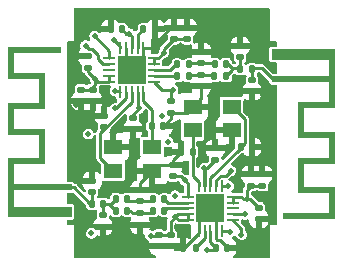
<source format=gbr>
%TF.GenerationSoftware,KiCad,Pcbnew,6.0.7-f9a2dced07~116~ubuntu20.04.1*%
%TF.CreationDate,2022-09-18T16:57:55+02:00*%
%TF.ProjectId,SRRReceiver,53525252-6563-4656-9976-65722e6b6963,rev?*%
%TF.SameCoordinates,Original*%
%TF.FileFunction,Copper,L1,Top*%
%TF.FilePolarity,Positive*%
%FSLAX46Y46*%
G04 Gerber Fmt 4.6, Leading zero omitted, Abs format (unit mm)*
G04 Created by KiCad (PCBNEW 6.0.7-f9a2dced07~116~ubuntu20.04.1) date 2022-09-18 16:57:55*
%MOMM*%
%LPD*%
G01*
G04 APERTURE LIST*
G04 Aperture macros list*
%AMRoundRect*
0 Rectangle with rounded corners*
0 $1 Rounding radius*
0 $2 $3 $4 $5 $6 $7 $8 $9 X,Y pos of 4 corners*
0 Add a 4 corners polygon primitive as box body*
4,1,4,$2,$3,$4,$5,$6,$7,$8,$9,$2,$3,0*
0 Add four circle primitives for the rounded corners*
1,1,$1+$1,$2,$3*
1,1,$1+$1,$4,$5*
1,1,$1+$1,$6,$7*
1,1,$1+$1,$8,$9*
0 Add four rect primitives between the rounded corners*
20,1,$1+$1,$2,$3,$4,$5,0*
20,1,$1+$1,$4,$5,$6,$7,0*
20,1,$1+$1,$6,$7,$8,$9,0*
20,1,$1+$1,$8,$9,$2,$3,0*%
G04 Aperture macros list end*
%TA.AperFunction,SMDPad,CuDef*%
%ADD10RoundRect,0.140000X0.170000X-0.140000X0.170000X0.140000X-0.170000X0.140000X-0.170000X-0.140000X0*%
%TD*%
%TA.AperFunction,SMDPad,CuDef*%
%ADD11RoundRect,0.140000X-0.170000X0.140000X-0.170000X-0.140000X0.170000X-0.140000X0.170000X0.140000X0*%
%TD*%
%TA.AperFunction,SMDPad,CuDef*%
%ADD12RoundRect,0.140000X-0.140000X-0.170000X0.140000X-0.170000X0.140000X0.170000X-0.140000X0.170000X0*%
%TD*%
%TA.AperFunction,SMDPad,CuDef*%
%ADD13RoundRect,0.147500X0.147500X0.172500X-0.147500X0.172500X-0.147500X-0.172500X0.147500X-0.172500X0*%
%TD*%
%TA.AperFunction,SMDPad,CuDef*%
%ADD14RoundRect,0.140000X0.140000X0.170000X-0.140000X0.170000X-0.140000X-0.170000X0.140000X-0.170000X0*%
%TD*%
%TA.AperFunction,ConnectorPad*%
%ADD15R,0.500000X0.500000*%
%TD*%
%TA.AperFunction,ComponentPad*%
%ADD16R,0.500000X0.900000*%
%TD*%
%TA.AperFunction,SMDPad,CuDef*%
%ADD17RoundRect,0.062500X-0.425000X-0.062500X0.425000X-0.062500X0.425000X0.062500X-0.425000X0.062500X0*%
%TD*%
%TA.AperFunction,SMDPad,CuDef*%
%ADD18RoundRect,0.062500X-0.062500X-0.425000X0.062500X-0.425000X0.062500X0.425000X-0.062500X0.425000X0*%
%TD*%
%TA.AperFunction,SMDPad,CuDef*%
%ADD19R,2.400000X2.400000*%
%TD*%
%TA.AperFunction,SMDPad,CuDef*%
%ADD20RoundRect,0.062500X0.425000X0.062500X-0.425000X0.062500X-0.425000X-0.062500X0.425000X-0.062500X0*%
%TD*%
%TA.AperFunction,SMDPad,CuDef*%
%ADD21RoundRect,0.062500X0.062500X0.425000X-0.062500X0.425000X-0.062500X-0.425000X0.062500X-0.425000X0*%
%TD*%
%TA.AperFunction,SMDPad,CuDef*%
%ADD22RoundRect,0.147500X-0.147500X-0.172500X0.147500X-0.172500X0.147500X0.172500X-0.147500X0.172500X0*%
%TD*%
%TA.AperFunction,SMDPad,CuDef*%
%ADD23RoundRect,0.147500X0.172500X-0.147500X0.172500X0.147500X-0.172500X0.147500X-0.172500X-0.147500X0*%
%TD*%
%TA.AperFunction,SMDPad,CuDef*%
%ADD24R,1.600000X1.300000*%
%TD*%
%TA.AperFunction,SMDPad,CuDef*%
%ADD25RoundRect,0.135000X-0.135000X-0.185000X0.135000X-0.185000X0.135000X0.185000X-0.135000X0.185000X0*%
%TD*%
%TA.AperFunction,SMDPad,CuDef*%
%ADD26RoundRect,0.147500X-0.172500X0.147500X-0.172500X-0.147500X0.172500X-0.147500X0.172500X0.147500X0*%
%TD*%
%TA.AperFunction,SMDPad,CuDef*%
%ADD27RoundRect,0.135000X0.135000X0.185000X-0.135000X0.185000X-0.135000X-0.185000X0.135000X-0.185000X0*%
%TD*%
%TA.AperFunction,ViaPad*%
%ADD28C,0.500000*%
%TD*%
%TA.AperFunction,Conductor*%
%ADD29C,0.250000*%
%TD*%
G04 APERTURE END LIST*
%TO.C,AE2*%
G36*
X138150000Y-87100000D02*
G01*
X135510000Y-87100000D01*
X135510000Y-89100000D01*
X138150000Y-89100000D01*
X138150000Y-91800000D01*
X135510000Y-91800000D01*
X135510000Y-93800000D01*
X138150000Y-93800000D01*
X138150000Y-96500000D01*
X133710000Y-96500000D01*
X133710000Y-96000000D01*
X137650000Y-96000000D01*
X137650000Y-94300000D01*
X135010000Y-94300000D01*
X135010000Y-91300000D01*
X137650000Y-91300000D01*
X137650000Y-89600000D01*
X135010000Y-89600000D01*
X135010000Y-86600000D01*
X137650000Y-86600000D01*
X137650000Y-84900000D01*
X132750000Y-84900000D01*
X132750000Y-84400000D01*
X137650000Y-84400000D01*
X137650000Y-83000000D01*
X132750000Y-83000000D01*
X132750000Y-82524844D01*
X132853957Y-82524844D01*
X132854700Y-82573363D01*
X132867600Y-82618878D01*
X132878213Y-82637489D01*
X132913447Y-82671132D01*
X132958632Y-82691691D01*
X133008158Y-82698222D01*
X133056417Y-82689782D01*
X133088643Y-82672888D01*
X133121313Y-82637628D01*
X133141408Y-82592318D01*
X133147982Y-82542733D01*
X133140092Y-82494647D01*
X133123186Y-82461755D01*
X133086416Y-82426815D01*
X133041622Y-82407153D01*
X132993215Y-82402417D01*
X132945605Y-82412258D01*
X132903203Y-82436326D01*
X132870419Y-82474269D01*
X132866065Y-82482181D01*
X132853957Y-82524844D01*
X132750000Y-82524844D01*
X132750000Y-82100000D01*
X138150000Y-82100000D01*
X138150000Y-87100000D01*
G37*
%TO.C,AE1*%
G36*
X110450000Y-91350000D02*
G01*
X113090000Y-91350000D01*
X113090000Y-89350000D01*
X110450000Y-89350000D01*
X110450000Y-86650000D01*
X113090000Y-86650000D01*
X113090000Y-84650000D01*
X110450000Y-84650000D01*
X110450000Y-81950000D01*
X114890000Y-81950000D01*
X114890000Y-82450000D01*
X110950000Y-82450000D01*
X110950000Y-84150000D01*
X113590000Y-84150000D01*
X113590000Y-87150000D01*
X110950000Y-87150000D01*
X110950000Y-88850000D01*
X113590000Y-88850000D01*
X113590000Y-91850000D01*
X110950000Y-91850000D01*
X110950000Y-93550000D01*
X115850000Y-93550000D01*
X115850000Y-94050000D01*
X110950000Y-94050000D01*
X110950000Y-95450000D01*
X115850000Y-95450000D01*
X115850000Y-96350000D01*
X110450000Y-96350000D01*
X110450000Y-95907267D01*
X115452018Y-95907267D01*
X115459908Y-95955353D01*
X115476814Y-95988245D01*
X115513584Y-96023185D01*
X115558378Y-96042847D01*
X115606785Y-96047583D01*
X115654395Y-96037742D01*
X115696797Y-96013674D01*
X115729581Y-95975731D01*
X115733935Y-95967819D01*
X115746043Y-95925156D01*
X115745300Y-95876637D01*
X115732400Y-95831122D01*
X115721787Y-95812511D01*
X115686553Y-95778868D01*
X115641368Y-95758309D01*
X115591842Y-95751778D01*
X115543583Y-95760218D01*
X115511357Y-95777112D01*
X115478687Y-95812372D01*
X115458592Y-95857682D01*
X115452018Y-95907267D01*
X110450000Y-95907267D01*
X110450000Y-91350000D01*
G37*
%TD*%
D10*
%TO.P,C5,1*%
%TO.N,GND*%
X124237500Y-98780000D03*
%TO.P,C5,2*%
%TO.N,VDD*%
X124237500Y-97820000D03*
%TD*%
D11*
%TO.P,C6,1*%
%TO.N,GND*%
X124400000Y-91908154D03*
%TO.P,C6,2*%
%TO.N,VDD*%
X124400000Y-92868154D03*
%TD*%
D12*
%TO.P,C7,1*%
%TO.N,GND*%
X125098750Y-90788154D03*
%TO.P,C7,2*%
%TO.N,Net-(C7-Pad2)*%
X126058750Y-90788154D03*
%TD*%
%TO.P,C32,1*%
%TO.N,Net-(C30-Pad1)*%
X127920000Y-83350000D03*
%TO.P,C32,2*%
%TO.N,Net-(C32-Pad2)*%
X128880000Y-83350000D03*
%TD*%
D13*
%TO.P,L6,1,1*%
%TO.N,Net-(AE2-Pad1)*%
X131085000Y-83800000D03*
%TO.P,L6,2,2*%
%TO.N,Net-(C32-Pad2)*%
X130115000Y-83800000D03*
%TD*%
D10*
%TO.P,C31,1*%
%TO.N,GND*%
X126800000Y-85230000D03*
%TO.P,C31,2*%
%TO.N,Net-(C29-Pad1)*%
X126800000Y-84270000D03*
%TD*%
D13*
%TO.P,L5,1,1*%
%TO.N,Net-(C32-Pad2)*%
X128885000Y-84400000D03*
%TO.P,L5,2,2*%
%TO.N,Net-(C29-Pad1)*%
X127915000Y-84400000D03*
%TD*%
D14*
%TO.P,C18,1*%
%TO.N,GND*%
X123580000Y-88600000D03*
%TO.P,C18,2*%
%TO.N,Net-(C18-Pad2)*%
X122620000Y-88600000D03*
%TD*%
D11*
%TO.P,C15,1*%
%TO.N,GND*%
X121600000Y-94020000D03*
%TO.P,C15,2*%
%TO.N,Net-(C13-Pad1)*%
X121600000Y-94980000D03*
%TD*%
D15*
%TO.P,AE2,1,A*%
%TO.N,Net-(AE2-Pad1)*%
X133000000Y-84650000D03*
D16*
%TO.P,AE2,2,Shield*%
%TO.N,GND*%
X133000000Y-82550000D03*
%TD*%
D17*
%TO.P,U2,1,SCLK*%
%TO.N,SPI1_SCK*%
X119012500Y-82850000D03*
%TO.P,U2,2,SO(GDO1)*%
%TO.N,SPI1_MISO*%
X119012500Y-83350000D03*
%TO.P,U2,3,GDO2*%
%TO.N,unconnected-(U2-Pad3)*%
X119012500Y-83850000D03*
%TO.P,U2,4,DVDD*%
%TO.N,VDD*%
X119012500Y-84350000D03*
%TO.P,U2,5,DCOUPL*%
X119012500Y-84850000D03*
D18*
%TO.P,U2,6,GDO0(ATEST)*%
%TO.N,GD0_INT_1*%
X119900000Y-85737500D03*
%TO.P,U2,7,~{CS}*%
%TO.N,SPI1_NSS*%
X120400000Y-85737500D03*
%TO.P,U2,8,XOSC_Q1*%
%TO.N,Net-(C20-Pad2)*%
X120900000Y-85737500D03*
%TO.P,U2,9,AVDD*%
%TO.N,VDD*%
X121400000Y-85737500D03*
%TO.P,U2,10,XOSC_Q2*%
%TO.N,Net-(C18-Pad2)*%
X121900000Y-85737500D03*
D17*
%TO.P,U2,11,AVDD*%
%TO.N,VDD*%
X122787500Y-84850000D03*
%TO.P,U2,12,RF_P*%
%TO.N,Net-(C29-Pad2)*%
X122787500Y-84350000D03*
%TO.P,U2,13,RF_N*%
%TO.N,Net-(C30-Pad2)*%
X122787500Y-83850000D03*
%TO.P,U2,14,AVDD*%
%TO.N,VDD*%
X122787500Y-83350000D03*
%TO.P,U2,15,AVDD*%
X122787500Y-82850000D03*
D18*
%TO.P,U2,16,GND*%
%TO.N,GND*%
X121900000Y-81962500D03*
%TO.P,U2,17,RBIAS*%
%TO.N,Net-(R2-Pad1)*%
X121400000Y-81962500D03*
%TO.P,U2,18,VDD_GUARD*%
%TO.N,VDD*%
X120900000Y-81962500D03*
%TO.P,U2,19,GND*%
%TO.N,GND*%
X120400000Y-81962500D03*
%TO.P,U2,20,SI*%
%TO.N,SPI1_MOSI*%
X119900000Y-81962500D03*
D19*
%TO.P,U2,21,GND*%
%TO.N,GND*%
X120900000Y-83850000D03*
%TD*%
D11*
%TO.P,C33,1*%
%TO.N,GND*%
X130100000Y-81820000D03*
%TO.P,C33,2*%
%TO.N,Net-(C32-Pad2)*%
X130100000Y-82780000D03*
%TD*%
%TO.P,C2,1*%
%TO.N,GND*%
X130978750Y-92708154D03*
%TO.P,C2,2*%
%TO.N,VDD*%
X130978750Y-93668154D03*
%TD*%
D10*
%TO.P,C28,1*%
%TO.N,GND*%
X131658750Y-96468154D03*
%TO.P,C28,2*%
%TO.N,VDD*%
X131658750Y-95508154D03*
%TD*%
D12*
%TO.P,C14,1*%
%TO.N,Net-(C14-Pad1)*%
X122720000Y-95788154D03*
%TO.P,C14,2*%
%TO.N,Net-(C14-Pad2)*%
X123680000Y-95788154D03*
%TD*%
D20*
%TO.P,U1,1,SCLK*%
%TO.N,SPI2_SCK*%
X129458750Y-96588154D03*
%TO.P,U1,2,SO(GDO1)*%
%TO.N,SPI2_MISO*%
X129458750Y-96088154D03*
%TO.P,U1,3,GDO2*%
%TO.N,unconnected-(U1-Pad3)*%
X129458750Y-95588154D03*
%TO.P,U1,4,DVDD*%
%TO.N,VDD*%
X129458750Y-95088154D03*
%TO.P,U1,5,DCOUPL*%
X129458750Y-94588154D03*
D21*
%TO.P,U1,6,GDO0(ATEST)*%
%TO.N,GD0_INT_2*%
X128571250Y-93700654D03*
%TO.P,U1,7,~{CS}*%
%TO.N,SPI2_NSS*%
X128071250Y-93700654D03*
%TO.P,U1,8,XOSC_Q1*%
%TO.N,Net-(C10-Pad2)*%
X127571250Y-93700654D03*
%TO.P,U1,9,AVDD*%
%TO.N,VDD*%
X127071250Y-93700654D03*
%TO.P,U1,10,XOSC_Q2*%
%TO.N,Net-(C7-Pad2)*%
X126571250Y-93700654D03*
D20*
%TO.P,U1,11,AVDD*%
%TO.N,VDD*%
X125683750Y-94588154D03*
%TO.P,U1,12,RF_P*%
%TO.N,Net-(C13-Pad2)*%
X125683750Y-95088154D03*
%TO.P,U1,13,RF_N*%
%TO.N,Net-(C14-Pad2)*%
X125683750Y-95588154D03*
%TO.P,U1,14,AVDD*%
%TO.N,VDD*%
X125683750Y-96088154D03*
%TO.P,U1,15,AVDD*%
X125683750Y-96588154D03*
D21*
%TO.P,U1,16,GND*%
%TO.N,GND*%
X126571250Y-97475654D03*
%TO.P,U1,17,RBIAS*%
%TO.N,Net-(R1-Pad1)*%
X127071250Y-97475654D03*
%TO.P,U1,18,VDD_GUARD*%
%TO.N,VDD*%
X127571250Y-97475654D03*
%TO.P,U1,19,GND*%
%TO.N,GND*%
X128071250Y-97475654D03*
%TO.P,U1,20,SI*%
%TO.N,SPI2_MOSI*%
X128571250Y-97475654D03*
D19*
%TO.P,U1,21,GND*%
%TO.N,GND*%
X127571250Y-95588154D03*
%TD*%
D22*
%TO.P,L2,1,1*%
%TO.N,Net-(C16-Pad2)*%
X119565000Y-94788154D03*
%TO.P,L2,2,2*%
%TO.N,Net-(C13-Pad1)*%
X120535000Y-94788154D03*
%TD*%
D10*
%TO.P,C21,1*%
%TO.N,GND*%
X116600000Y-86480000D03*
%TO.P,C21,2*%
%TO.N,VDD*%
X116600000Y-85520000D03*
%TD*%
D11*
%TO.P,C24,1*%
%TO.N,GND*%
X125600000Y-80270000D03*
%TO.P,C24,2*%
%TO.N,VDD*%
X125600000Y-81230000D03*
%TD*%
D10*
%TO.P,C25,1*%
%TO.N,GND*%
X121000000Y-88880000D03*
%TO.P,C25,2*%
%TO.N,VDD*%
X121000000Y-87920000D03*
%TD*%
D11*
%TO.P,C20,1*%
%TO.N,GND*%
X118600000Y-87720000D03*
%TO.P,C20,2*%
%TO.N,Net-(C20-Pad2)*%
X118600000Y-88680000D03*
%TD*%
%TO.P,C19,1*%
%TO.N,GND*%
X117550000Y-93270000D03*
%TO.P,C19,2*%
%TO.N,Net-(AE1-Pad1)*%
X117550000Y-94230000D03*
%TD*%
%TO.P,C1,1*%
%TO.N,GND*%
X131978750Y-92708154D03*
%TO.P,C1,2*%
%TO.N,VDD*%
X131978750Y-93668154D03*
%TD*%
%TO.P,C12,1*%
%TO.N,GND*%
X117200000Y-82720000D03*
%TO.P,C12,2*%
%TO.N,VDD*%
X117200000Y-83680000D03*
%TD*%
D14*
%TO.P,C11,1*%
%TO.N,GND*%
X128980000Y-98900000D03*
%TO.P,C11,2*%
%TO.N,VDD*%
X128020000Y-98900000D03*
%TD*%
D10*
%TO.P,C27,1*%
%TO.N,GND*%
X124200000Y-87480000D03*
%TO.P,C27,2*%
%TO.N,VDD*%
X124200000Y-86520000D03*
%TD*%
%TO.P,C3,1*%
%TO.N,GND*%
X123200000Y-98780000D03*
%TO.P,C3,2*%
%TO.N,VDD*%
X123200000Y-97820000D03*
%TD*%
D14*
%TO.P,C10,1*%
%TO.N,GND*%
X131080000Y-90400000D03*
%TO.P,C10,2*%
%TO.N,Net-(C10-Pad2)*%
X130120000Y-90400000D03*
%TD*%
%TO.P,C29,1*%
%TO.N,Net-(C29-Pad1)*%
X125730000Y-84400000D03*
%TO.P,C29,2*%
%TO.N,Net-(C29-Pad2)*%
X124770000Y-84400000D03*
%TD*%
D11*
%TO.P,C4,1*%
%TO.N,GND*%
X127978750Y-90508154D03*
%TO.P,C4,2*%
%TO.N,VDD*%
X127978750Y-91468154D03*
%TD*%
D14*
%TO.P,C16,1*%
%TO.N,Net-(C14-Pad1)*%
X120538750Y-95800000D03*
%TO.P,C16,2*%
%TO.N,Net-(C16-Pad2)*%
X119578750Y-95800000D03*
%TD*%
D23*
%TO.P,L4,1,1*%
%TO.N,Net-(C30-Pad1)*%
X126800000Y-83285000D03*
%TO.P,L4,2,2*%
%TO.N,GND*%
X126800000Y-82315000D03*
%TD*%
D14*
%TO.P,C30,1*%
%TO.N,Net-(C30-Pad1)*%
X125730000Y-83400000D03*
%TO.P,C30,2*%
%TO.N,Net-(C30-Pad2)*%
X124770000Y-83400000D03*
%TD*%
D12*
%TO.P,C13,1*%
%TO.N,Net-(C13-Pad1)*%
X122720000Y-94788154D03*
%TO.P,C13,2*%
%TO.N,Net-(C13-Pad2)*%
X123680000Y-94788154D03*
%TD*%
D24*
%TO.P,Y1,1,1*%
%TO.N,Net-(C10-Pad2)*%
X129366250Y-86988154D03*
%TO.P,Y1,2,2*%
%TO.N,GND*%
X126066250Y-86988154D03*
%TO.P,Y1,3,3*%
%TO.N,Net-(C7-Pad2)*%
X126066250Y-88988154D03*
%TO.P,Y1,4,4*%
%TO.N,GND*%
X129366250Y-88988154D03*
%TD*%
D12*
%TO.P,C23,1*%
%TO.N,GND*%
X119120000Y-80400000D03*
%TO.P,C23,2*%
%TO.N,VDD*%
X120080000Y-80400000D03*
%TD*%
D25*
%TO.P,R2,1*%
%TO.N,Net-(R2-Pad1)*%
X121890000Y-80400000D03*
%TO.P,R2,2*%
%TO.N,GND*%
X122910000Y-80400000D03*
%TD*%
D24*
%TO.P,Y2,1,1*%
%TO.N,Net-(C20-Pad2)*%
X119350000Y-92400000D03*
%TO.P,Y2,2,2*%
%TO.N,GND*%
X122650000Y-92400000D03*
%TO.P,Y2,3,3*%
%TO.N,Net-(C18-Pad2)*%
X122650000Y-90400000D03*
%TO.P,Y2,4,4*%
%TO.N,GND*%
X119350000Y-90400000D03*
%TD*%
D11*
%TO.P,C26,1*%
%TO.N,GND*%
X124500000Y-80270000D03*
%TO.P,C26,2*%
%TO.N,VDD*%
X124500000Y-81230000D03*
%TD*%
D15*
%TO.P,AE1,1,A*%
%TO.N,Net-(AE1-Pad1)*%
X115600000Y-93800000D03*
D16*
%TO.P,AE1,2,Shield*%
%TO.N,GND*%
X115600000Y-95900000D03*
%TD*%
D26*
%TO.P,L1,1,1*%
%TO.N,Net-(C14-Pad1)*%
X121600000Y-96015000D03*
%TO.P,L1,2,2*%
%TO.N,GND*%
X121600000Y-96985000D03*
%TD*%
D10*
%TO.P,C17,1*%
%TO.N,GND*%
X118458750Y-97130000D03*
%TO.P,C17,2*%
%TO.N,Net-(C16-Pad2)*%
X118458750Y-96170000D03*
%TD*%
D22*
%TO.P,L3,1,1*%
%TO.N,Net-(AE1-Pad1)*%
X117515000Y-95200000D03*
%TO.P,L3,2,2*%
%TO.N,Net-(C16-Pad2)*%
X118485000Y-95200000D03*
%TD*%
D10*
%TO.P,C34,1*%
%TO.N,GND*%
X131100000Y-85680000D03*
%TO.P,C34,2*%
%TO.N,Net-(AE2-Pad1)*%
X131100000Y-84720000D03*
%TD*%
%TO.P,C22,1*%
%TO.N,GND*%
X117600000Y-86480000D03*
%TO.P,C22,2*%
%TO.N,VDD*%
X117600000Y-85520000D03*
%TD*%
D27*
%TO.P,R1,1*%
%TO.N,Net-(R1-Pad1)*%
X126310000Y-98900000D03*
%TO.P,R1,2*%
%TO.N,GND*%
X125290000Y-98900000D03*
%TD*%
D28*
%TO.N,GND*%
X130300000Y-79250000D03*
X120300000Y-83300000D03*
X130300000Y-99300000D03*
X127100000Y-96000000D03*
X130250000Y-80400000D03*
X116500000Y-98400000D03*
X128700000Y-85700000D03*
X126850000Y-80350000D03*
X116400000Y-92600000D03*
X118874500Y-98600000D03*
X131932578Y-87123938D03*
X125100000Y-79200000D03*
X124200000Y-90700000D03*
X128750000Y-81250000D03*
X116600000Y-79200000D03*
X126300000Y-79200000D03*
X117800000Y-92000000D03*
X116400000Y-91500000D03*
X116075500Y-82700000D03*
X131800000Y-94600000D03*
X121150000Y-83300000D03*
X125650000Y-85350000D03*
X127700000Y-79200000D03*
X118000000Y-79200000D03*
X119900000Y-79200000D03*
X116500000Y-97400000D03*
X131600000Y-81500000D03*
X127850000Y-86250000D03*
X121150000Y-84200000D03*
X116600000Y-89000000D03*
X116400000Y-90400000D03*
X129968767Y-92881233D03*
X122500000Y-93900000D03*
X131800000Y-91500000D03*
X128100000Y-96000000D03*
X118600000Y-86200000D03*
X131800000Y-90400000D03*
X131650000Y-79250000D03*
X131100000Y-89300000D03*
X116300000Y-94900000D03*
X131989502Y-86000000D03*
X131650000Y-80400000D03*
X117600000Y-99400000D03*
X116500000Y-99400000D03*
X132000000Y-99200000D03*
X128850000Y-82350000D03*
X116600000Y-80200000D03*
X130900000Y-97400000D03*
X117800000Y-80000000D03*
X122200000Y-79200000D03*
X116200000Y-86850000D03*
X120900000Y-91700000D03*
X120300000Y-84200000D03*
X118750000Y-94100000D03*
X127100000Y-95100000D03*
X130300000Y-91500000D03*
X131600000Y-82550000D03*
X128050000Y-81600000D03*
X132000000Y-98100000D03*
X121700000Y-98800000D03*
X131100000Y-88100000D03*
X129100000Y-79250000D03*
X127750000Y-80350000D03*
X117050000Y-92100000D03*
X123800000Y-79200000D03*
X127100000Y-91450000D03*
X128100000Y-95100000D03*
X120700000Y-93900000D03*
X131100000Y-98600000D03*
X125200000Y-82300000D03*
X121000000Y-79600000D03*
X129100000Y-90400000D03*
X129100000Y-80350000D03*
%TO.N,SPI2_MOSI*%
X129200000Y-97600000D03*
%TO.N,SPI2_NSS*%
X129300000Y-92400000D03*
%TO.N,VDD*%
X124409502Y-85550000D03*
X125400000Y-93200000D03*
X124600000Y-96300000D03*
X123450000Y-87750000D03*
X127300000Y-99100000D03*
X127068951Y-92198355D03*
X117800000Y-84600000D03*
X130635298Y-94764702D03*
X124600000Y-94500000D03*
X121522266Y-87122266D03*
X123637500Y-82387500D03*
X122500000Y-97900000D03*
X120700000Y-80778732D03*
%TO.N,SPI2_SCK*%
X130200000Y-97800000D03*
%TO.N,SPI1_SCK*%
X117775500Y-81000000D03*
%TO.N,SPI1_MISO*%
X117000000Y-81800000D03*
%TO.N,SPI1_NSS*%
X119509436Y-87121902D03*
%TO.N,SPI2_MISO*%
X130500000Y-96100000D03*
X124000000Y-89950000D03*
%TO.N,SPI1_MOSI*%
X119400000Y-81350000D03*
%TO.N,GD0_INT_2*%
X129100000Y-93700000D03*
X117500000Y-97700000D03*
%TO.N,GD0_INT_1*%
X117236803Y-89289456D03*
X119500000Y-85650000D03*
%TD*%
D29*
%TO.N,GND*%
X128071250Y-97475654D02*
X128071250Y-96088154D01*
X125574404Y-87480000D02*
X126066250Y-86988154D01*
X128872391Y-98792391D02*
X128980000Y-98900000D01*
X128980000Y-98900000D02*
X128980000Y-98892391D01*
X122512500Y-81962500D02*
X124500000Y-79975000D01*
X128980000Y-98892391D02*
X128352609Y-98265000D01*
X124237500Y-98780000D02*
X123200000Y-98780000D01*
X121600000Y-94020000D02*
X121600000Y-93450000D01*
X124400000Y-91908154D02*
X124400000Y-91486904D01*
X126800000Y-86254404D02*
X126066250Y-86988154D01*
X120400000Y-81962500D02*
X120400000Y-83350000D01*
X126800000Y-85230000D02*
X126800000Y-86254404D01*
X124400000Y-91908154D02*
X123141846Y-91908154D01*
X126571250Y-97668212D02*
X125339462Y-98900000D01*
X124200000Y-87480000D02*
X124200000Y-87980000D01*
X124400000Y-91486904D02*
X125098750Y-90788154D01*
X128071250Y-97475654D02*
X128071250Y-98183641D01*
X128352609Y-98265000D02*
X128152609Y-98265000D01*
X121900000Y-82850000D02*
X120900000Y-83850000D01*
X123141846Y-91908154D02*
X122650000Y-92400000D01*
X126571250Y-97475654D02*
X126571250Y-97668212D01*
X121900000Y-81962500D02*
X121900000Y-82850000D01*
X125339462Y-98900000D02*
X125290000Y-98900000D01*
X126571250Y-97475654D02*
X126571250Y-96588154D01*
X128071250Y-96088154D02*
X127571250Y-95588154D01*
X121600000Y-93450000D02*
X122650000Y-92400000D01*
X124200000Y-87980000D02*
X123580000Y-88600000D01*
X124200000Y-87480000D02*
X125574404Y-87480000D01*
X128152609Y-98265000D02*
X128071250Y-98183641D01*
X126571250Y-96588154D02*
X127571250Y-95588154D01*
X120400000Y-83350000D02*
X120900000Y-83850000D01*
X121900000Y-81962500D02*
X122512500Y-81962500D01*
%TO.N,Net-(C7-Pad2)*%
X126571250Y-93700654D02*
X126571250Y-93321250D01*
X126066250Y-90780654D02*
X126066250Y-88988154D01*
X126571250Y-93321250D02*
X126058750Y-92808750D01*
X126058750Y-92808750D02*
X126058750Y-90788154D01*
X126058750Y-90788154D02*
X126066250Y-90780654D01*
%TO.N,Net-(C10-Pad2)*%
X130491250Y-88013154D02*
X129466250Y-86988154D01*
X127571250Y-93028750D02*
X130058750Y-90541250D01*
X130058750Y-90541250D02*
X130058750Y-90508154D01*
X130058750Y-90508154D02*
X130491250Y-90075654D01*
X130491250Y-90075654D02*
X130491250Y-88013154D01*
X127571250Y-93700654D02*
X127571250Y-93028750D01*
%TO.N,Net-(C13-Pad1)*%
X120535000Y-94788154D02*
X120726846Y-94980000D01*
X122528154Y-94980000D02*
X122720000Y-94788154D01*
X120726846Y-94980000D02*
X122528154Y-94980000D01*
%TO.N,Net-(AE1-Pad1)*%
X117515000Y-95200000D02*
X117413173Y-95200000D01*
X117515000Y-94265000D02*
X117550000Y-94230000D01*
X116013173Y-93800000D02*
X115600000Y-93800000D01*
X117413173Y-95200000D02*
X116013173Y-93800000D01*
X117515000Y-95200000D02*
X117515000Y-94265000D01*
%TO.N,Net-(C14-Pad1)*%
X122508154Y-96000000D02*
X121615000Y-96000000D01*
X122720000Y-95788154D02*
X122508154Y-96000000D01*
X121600000Y-96015000D02*
X121015000Y-96015000D01*
X120800000Y-95800000D02*
X120538750Y-95800000D01*
X121615000Y-96000000D02*
X121600000Y-96015000D01*
X121015000Y-96015000D02*
X120800000Y-95800000D01*
%TO.N,Net-(C14-Pad2)*%
X125683750Y-95588154D02*
X123880000Y-95588154D01*
X123880000Y-95588154D02*
X123680000Y-95788154D01*
%TO.N,Net-(C16-Pad2)*%
X118950000Y-95200000D02*
X119550000Y-95800000D01*
X118485000Y-95200000D02*
X119153154Y-95200000D01*
X118485000Y-95200000D02*
X118950000Y-95200000D01*
X119550000Y-95800000D02*
X119578750Y-95800000D01*
X119153154Y-95200000D02*
X119565000Y-94788154D01*
X118458750Y-95226250D02*
X118458750Y-96170000D01*
%TO.N,Net-(C18-Pad2)*%
X122650000Y-87224695D02*
X122650000Y-90400000D01*
X121900000Y-85737500D02*
X121900000Y-86474695D01*
X121900000Y-86474695D02*
X122650000Y-87224695D01*
%TO.N,Net-(C20-Pad2)*%
X120900000Y-86543805D02*
X120900000Y-85737500D01*
X118225000Y-91275000D02*
X118225000Y-89218805D01*
X119350000Y-92400000D02*
X118225000Y-91275000D01*
X118225000Y-89218805D02*
X120900000Y-86543805D01*
%TO.N,Net-(C29-Pad1)*%
X125860000Y-84270000D02*
X126800000Y-84270000D01*
X127785000Y-84270000D02*
X127915000Y-84400000D01*
X125730000Y-84400000D02*
X125860000Y-84270000D01*
X126800000Y-84270000D02*
X127785000Y-84270000D01*
%TO.N,Net-(C29-Pad2)*%
X122787500Y-84350000D02*
X124720000Y-84350000D01*
X124720000Y-84350000D02*
X124770000Y-84400000D01*
%TO.N,Net-(C30-Pad1)*%
X125730000Y-83400000D02*
X125845000Y-83285000D01*
X127855000Y-83285000D02*
X126800000Y-83285000D01*
X127920000Y-83350000D02*
X127855000Y-83285000D01*
X125845000Y-83285000D02*
X126800000Y-83285000D01*
%TO.N,Net-(C30-Pad2)*%
X124170000Y-83850000D02*
X124770000Y-83250000D01*
X122787500Y-83850000D02*
X124170000Y-83850000D01*
%TO.N,Net-(C32-Pad2)*%
X128885000Y-84400000D02*
X129400000Y-83885000D01*
X129400000Y-83720000D02*
X130100000Y-83720000D01*
X130100000Y-83720000D02*
X130100000Y-82815000D01*
X129400000Y-83720000D02*
X129030000Y-83350000D01*
X129030000Y-83350000D02*
X128880000Y-83350000D01*
X129400000Y-83885000D02*
X129400000Y-83720000D01*
%TO.N,SPI2_MOSI*%
X128571250Y-97475654D02*
X128871250Y-97475654D01*
X128871250Y-97475654D02*
X129075654Y-97475654D01*
X129075654Y-97475654D02*
X129200000Y-97600000D01*
%TO.N,SPI2_NSS*%
X128900000Y-92800000D02*
X128436396Y-92800000D01*
X129300000Y-92400000D02*
X128900000Y-92800000D01*
X128071250Y-93165146D02*
X128071250Y-93700654D01*
X128436396Y-92800000D02*
X128071250Y-93165146D01*
%TO.N,VDD*%
X125068154Y-92868154D02*
X124400000Y-92868154D01*
X123637500Y-82092500D02*
X124530000Y-81200000D01*
X123175000Y-82850000D02*
X123637500Y-82387500D01*
X120900000Y-80978732D02*
X120700000Y-80778732D01*
X127820000Y-99100000D02*
X128020000Y-98900000D01*
X124200000Y-85759502D02*
X124200000Y-86520000D01*
X125683750Y-96088154D02*
X124811846Y-96088154D01*
X127071250Y-92175654D02*
X127071250Y-93700654D01*
X130658750Y-94788154D02*
X130658750Y-93988154D01*
X121400000Y-85737500D02*
X121400000Y-86999294D01*
X120458732Y-80778732D02*
X120700000Y-80778732D01*
X127068951Y-92198355D02*
X127068951Y-93698355D01*
X117800000Y-84600000D02*
X117200000Y-84000000D01*
X127300000Y-99100000D02*
X127820000Y-99100000D01*
X124200000Y-97763604D02*
X124190552Y-97773052D01*
X118050000Y-84850000D02*
X117800000Y-84600000D01*
X120080000Y-80400000D02*
X120458732Y-80778732D01*
X125400000Y-93200000D02*
X125683750Y-93483750D01*
X124409502Y-85550000D02*
X123487500Y-85550000D01*
X121522619Y-87121913D02*
X121522266Y-87122266D01*
X131978750Y-93668154D02*
X130978750Y-93668154D01*
X129458750Y-94588154D02*
X130188154Y-94588154D01*
X121522266Y-87122266D02*
X121000000Y-87644532D01*
X124600000Y-96300000D02*
X124888154Y-96588154D01*
X125570000Y-81200000D02*
X125600000Y-81230000D01*
X130658750Y-94788154D02*
X130938750Y-94788154D01*
X124600000Y-96300000D02*
X124200000Y-96700000D01*
X124530000Y-81200000D02*
X125570000Y-81200000D01*
X130400000Y-94800000D02*
X130600000Y-94800000D01*
X130938750Y-94788154D02*
X131658750Y-95508154D01*
X123637500Y-82387500D02*
X123637500Y-82092500D01*
X127068951Y-93698355D02*
X127071250Y-93700654D01*
X117200000Y-84000000D02*
X117200000Y-83680000D01*
X130188154Y-94588154D02*
X130400000Y-94800000D01*
X130600000Y-94800000D02*
X130635298Y-94764702D01*
X128020000Y-98900000D02*
X127571250Y-98451250D01*
X122787500Y-82850000D02*
X122787500Y-83350000D01*
X130635298Y-94764702D02*
X130658750Y-94788154D01*
X117400000Y-85520000D02*
X117800000Y-85120000D01*
X124200000Y-96700000D02*
X124200000Y-97763604D01*
X121000000Y-87644532D02*
X121000000Y-87920000D01*
X123487500Y-85550000D02*
X122787500Y-84850000D01*
X119012500Y-84850000D02*
X118050000Y-84850000D01*
X124888154Y-96588154D02*
X125683750Y-96588154D01*
X127978750Y-91468154D02*
X127271250Y-92175654D01*
X117800000Y-85120000D02*
X117800000Y-84600000D01*
X124811846Y-96088154D02*
X124600000Y-96300000D01*
X125683750Y-96088154D02*
X125683750Y-96588154D01*
X122500000Y-97900000D02*
X123120000Y-97900000D01*
X125400000Y-93200000D02*
X125068154Y-92868154D01*
X125683750Y-93483750D02*
X125683750Y-94588154D01*
X130658750Y-93988154D02*
X130978750Y-93668154D01*
X127571250Y-98451250D02*
X127571250Y-97475654D01*
X121400000Y-86999294D02*
X121522619Y-87121913D01*
X124237500Y-97820000D02*
X123200000Y-97820000D01*
X119012500Y-84350000D02*
X119012500Y-84850000D01*
X129458750Y-94588154D02*
X129458750Y-95088154D01*
X123120000Y-97900000D02*
X123200000Y-97820000D01*
X120900000Y-80978732D02*
X120900000Y-81962500D01*
X122787500Y-82850000D02*
X123175000Y-82850000D01*
X116600000Y-85520000D02*
X117400000Y-85520000D01*
X124409502Y-85550000D02*
X124200000Y-85759502D01*
%TO.N,SPI2_SCK*%
X130200000Y-97329404D02*
X129458750Y-96588154D01*
X130200000Y-97800000D02*
X130200000Y-97329404D01*
%TO.N,Net-(R1-Pad1)*%
X127071250Y-98128750D02*
X126310000Y-98890000D01*
X126310000Y-98890000D02*
X126310000Y-98900000D01*
X127071250Y-97475654D02*
X127071250Y-98128750D01*
%TO.N,SPI1_SCK*%
X117775500Y-81000000D02*
X117775500Y-81011896D01*
X117775500Y-81011896D02*
X119012500Y-82248896D01*
X119012500Y-82248896D02*
X119012500Y-82850000D01*
%TO.N,SPI1_MISO*%
X117315000Y-82115000D02*
X117562609Y-82115000D01*
X117562609Y-82115000D02*
X118035000Y-82587391D01*
X118035000Y-82908008D02*
X118476992Y-83350000D01*
X118476992Y-83350000D02*
X119012500Y-83350000D01*
X117000000Y-81800000D02*
X117315000Y-82115000D01*
X118035000Y-82587391D02*
X118035000Y-82908008D01*
%TO.N,Net-(AE2-Pad1)*%
X131920000Y-83720000D02*
X132850000Y-84650000D01*
X132850000Y-84650000D02*
X133000000Y-84650000D01*
X131200000Y-83720000D02*
X131920000Y-83720000D01*
X131085000Y-84705000D02*
X131100000Y-84720000D01*
X131085000Y-83800000D02*
X131085000Y-84705000D01*
%TO.N,SPI1_NSS*%
X120400000Y-86273008D02*
X120400000Y-85737500D01*
X119551106Y-87121902D02*
X120400000Y-86273008D01*
X119509436Y-87121902D02*
X119551106Y-87121902D01*
%TO.N,SPI2_MISO*%
X129470596Y-96100000D02*
X129458750Y-96088154D01*
X130500000Y-96100000D02*
X129470596Y-96100000D01*
%TO.N,Net-(C13-Pad2)*%
X125683750Y-95088154D02*
X123980000Y-95088154D01*
X123980000Y-95088154D02*
X123680000Y-94788154D01*
%TO.N,Net-(R2-Pad1)*%
X121400000Y-81962500D02*
X121400000Y-80890000D01*
X121400000Y-80890000D02*
X121890000Y-80400000D01*
%TO.N,SPI1_MOSI*%
X119400000Y-81350000D02*
X119900000Y-81850000D01*
X119900000Y-81850000D02*
X119900000Y-81962500D01*
%TO.N,GD0_INT_2*%
X129099346Y-93700654D02*
X128571250Y-93700654D01*
X129100000Y-93700000D02*
X129099346Y-93700654D01*
%TO.N,GD0_INT_1*%
X119812500Y-85650000D02*
X119900000Y-85737500D01*
X119500000Y-85650000D02*
X119812500Y-85650000D01*
%TD*%
%TA.AperFunction,Conductor*%
%TO.N,GND*%
G36*
X131801105Y-84065502D02*
G01*
X131822079Y-84082405D01*
X132512595Y-84772921D01*
X132546621Y-84835233D01*
X132549500Y-84862016D01*
X132549500Y-84894108D01*
X132549478Y-84919830D01*
X132549455Y-84945563D01*
X132555597Y-84958353D01*
X132555709Y-84958848D01*
X132555768Y-84958978D01*
X132555777Y-84958999D01*
X132555815Y-84959314D01*
X132557603Y-84967184D01*
X132559874Y-84971904D01*
X132561133Y-84978231D01*
X132562737Y-84980631D01*
X132564688Y-84989185D01*
X132573529Y-85000280D01*
X132575874Y-85005153D01*
X132579547Y-85011007D01*
X132582912Y-85015237D01*
X132589052Y-85028024D01*
X132600008Y-85036786D01*
X132600418Y-85037245D01*
X132601340Y-85038404D01*
X132605448Y-85044552D01*
X132611877Y-85048848D01*
X132612767Y-85049558D01*
X132612873Y-85049653D01*
X132621695Y-85060724D01*
X132634478Y-85066890D01*
X132638703Y-85070262D01*
X132644551Y-85073945D01*
X132649414Y-85076296D01*
X132660492Y-85085156D01*
X132669218Y-85087163D01*
X132671769Y-85088867D01*
X132677966Y-85090099D01*
X132682449Y-85092267D01*
X132687176Y-85092692D01*
X132690353Y-85094082D01*
X132691308Y-85094301D01*
X132704087Y-85100465D01*
X132727155Y-85100485D01*
X132727153Y-85102510D01*
X132727219Y-85102525D01*
X132727219Y-85100500D01*
X132744108Y-85100500D01*
X132795563Y-85100545D01*
X132795559Y-85105350D01*
X132795657Y-85105356D01*
X132795657Y-85100500D01*
X133074000Y-85100500D01*
X133142121Y-85120502D01*
X133188614Y-85174158D01*
X133200000Y-85226500D01*
X133200000Y-96873000D01*
X133179998Y-96941121D01*
X133126342Y-96987614D01*
X133074000Y-96999000D01*
X132600198Y-96999000D01*
X132600000Y-96998918D01*
X132599802Y-96999000D01*
X132599235Y-96999235D01*
X132598918Y-97000000D01*
X132599000Y-97000198D01*
X132599000Y-97000638D01*
X132593867Y-97001470D01*
X132592890Y-97001757D01*
X132599000Y-97039292D01*
X132599000Y-99673000D01*
X132578998Y-99741121D01*
X132525342Y-99787614D01*
X132473000Y-99799000D01*
X129611600Y-99799000D01*
X129543479Y-99778998D01*
X129496986Y-99725342D01*
X129486882Y-99655068D01*
X129516376Y-99590488D01*
X129522505Y-99583905D01*
X129630484Y-99475926D01*
X129640124Y-99463499D01*
X129715396Y-99336220D01*
X129721643Y-99321784D01*
X129763312Y-99178359D01*
X129764768Y-99170391D01*
X129761948Y-99156969D01*
X129750487Y-99154000D01*
X128852000Y-99154000D01*
X128783879Y-99133998D01*
X128737386Y-99080342D01*
X128726000Y-99028000D01*
X128726000Y-98772000D01*
X128746002Y-98703879D01*
X128799658Y-98657386D01*
X128852000Y-98646000D01*
X129748424Y-98646000D01*
X129763219Y-98641656D01*
X129765063Y-98631225D01*
X129763312Y-98621641D01*
X129721643Y-98478216D01*
X129715396Y-98463780D01*
X129640124Y-98336501D01*
X129630484Y-98324074D01*
X129525926Y-98219516D01*
X129513497Y-98209874D01*
X129466417Y-98182032D01*
X129417964Y-98130140D01*
X129405258Y-98060289D01*
X129432333Y-97994658D01*
X129464625Y-97966204D01*
X129472838Y-97961161D01*
X129490724Y-97950179D01*
X129551379Y-97883168D01*
X129611920Y-97846089D01*
X129682900Y-97847626D01*
X129741781Y-97887294D01*
X129760434Y-97922922D01*
X129761633Y-97922394D01*
X129801716Y-98013489D01*
X129813605Y-98040510D01*
X129819382Y-98047383D01*
X129819383Y-98047384D01*
X129872686Y-98110796D01*
X129896639Y-98139291D01*
X130004060Y-98210796D01*
X130127233Y-98249278D01*
X130136203Y-98249442D01*
X130136207Y-98249443D01*
X130194942Y-98250519D01*
X130256255Y-98251643D01*
X130326782Y-98232415D01*
X130372092Y-98220062D01*
X130372093Y-98220062D01*
X130380755Y-98217700D01*
X130388405Y-98213003D01*
X130388407Y-98213002D01*
X130483072Y-98154878D01*
X130483075Y-98154875D01*
X130490724Y-98150179D01*
X130499476Y-98140510D01*
X130571300Y-98061161D01*
X130571303Y-98061157D01*
X130577322Y-98054507D01*
X130633588Y-97938375D01*
X130640980Y-97894440D01*
X130654190Y-97815917D01*
X130654997Y-97811120D01*
X130655133Y-97800000D01*
X130646308Y-97738375D01*
X130638112Y-97681145D01*
X130638111Y-97681142D01*
X130636839Y-97672259D01*
X130603985Y-97600000D01*
X130587145Y-97562962D01*
X130587143Y-97562959D01*
X130583428Y-97554788D01*
X130577569Y-97547989D01*
X130577567Y-97547985D01*
X130556047Y-97523011D01*
X130526733Y-97458349D01*
X130525500Y-97440763D01*
X130525500Y-97349114D01*
X130525980Y-97338132D01*
X130528303Y-97311584D01*
X130528303Y-97311582D01*
X130529264Y-97300597D01*
X130519508Y-97264189D01*
X130517130Y-97253462D01*
X130515369Y-97243475D01*
X130510588Y-97216359D01*
X130505077Y-97206814D01*
X130503885Y-97203538D01*
X130502408Y-97200370D01*
X130499554Y-97189720D01*
X130477945Y-97158860D01*
X130472039Y-97149589D01*
X130458707Y-97126498D01*
X130453194Y-97116949D01*
X130424317Y-97092719D01*
X130416215Y-97085293D01*
X130171266Y-96840344D01*
X130137240Y-96778032D01*
X130136782Y-96726667D01*
X130140350Y-96708728D01*
X130146750Y-96676555D01*
X130146750Y-96633020D01*
X130166752Y-96564899D01*
X130220408Y-96518406D01*
X130290682Y-96508302D01*
X130310324Y-96512753D01*
X130399617Y-96540650D01*
X130427233Y-96549278D01*
X130436203Y-96549442D01*
X130436207Y-96549443D01*
X130494942Y-96550519D01*
X130556255Y-96551643D01*
X130680755Y-96517700D01*
X130681698Y-96521158D01*
X130735187Y-96514562D01*
X130799161Y-96545349D01*
X130836336Y-96605835D01*
X130840750Y-96638894D01*
X130840750Y-96671123D01*
X130840943Y-96676052D01*
X130843136Y-96703910D01*
X130845438Y-96716513D01*
X130887107Y-96859938D01*
X130893354Y-96874374D01*
X130968626Y-97001653D01*
X130978266Y-97014080D01*
X131082824Y-97118638D01*
X131095251Y-97128278D01*
X131222530Y-97203550D01*
X131236966Y-97209797D01*
X131380391Y-97251466D01*
X131388359Y-97252922D01*
X131401781Y-97250102D01*
X131404750Y-97238641D01*
X131404750Y-97236578D01*
X131912750Y-97236578D01*
X131917094Y-97251373D01*
X131927525Y-97253217D01*
X131937109Y-97251466D01*
X132080534Y-97209797D01*
X132094970Y-97203550D01*
X132222249Y-97128278D01*
X132234676Y-97118638D01*
X132339234Y-97014080D01*
X132348878Y-97001648D01*
X132364547Y-96975153D01*
X132416439Y-96926700D01*
X132441059Y-96922222D01*
X132430632Y-96899390D01*
X132434353Y-96846307D01*
X132465369Y-96739549D01*
X132465329Y-96725449D01*
X132458059Y-96722154D01*
X131930865Y-96722154D01*
X131915626Y-96726629D01*
X131914421Y-96728019D01*
X131912750Y-96735702D01*
X131912750Y-97236578D01*
X131404750Y-97236578D01*
X131404750Y-96340154D01*
X131424752Y-96272033D01*
X131478408Y-96225540D01*
X131530750Y-96214154D01*
X132452308Y-96214154D01*
X132465839Y-96210181D01*
X132466974Y-96202283D01*
X132430393Y-96076370D01*
X132424146Y-96061934D01*
X132348874Y-95934655D01*
X132339234Y-95922228D01*
X132234679Y-95817673D01*
X132216954Y-95803924D01*
X132175388Y-95746368D01*
X132168451Y-95696124D01*
X132168712Y-95692141D01*
X132169250Y-95688055D01*
X132169249Y-95328254D01*
X132162722Y-95278667D01*
X132152537Y-95256824D01*
X132116634Y-95179831D01*
X132116633Y-95179830D01*
X132111974Y-95169838D01*
X132027066Y-95084930D01*
X132005317Y-95074788D01*
X131926974Y-95038256D01*
X131926973Y-95038256D01*
X131918237Y-95034182D01*
X131883345Y-95029589D01*
X131872739Y-95028192D01*
X131872736Y-95028192D01*
X131868651Y-95027654D01*
X131851810Y-95027654D01*
X131690767Y-95027655D01*
X131622647Y-95007653D01*
X131601672Y-94990750D01*
X131182861Y-94571939D01*
X131175434Y-94563835D01*
X131158291Y-94543405D01*
X131158292Y-94543405D01*
X131151205Y-94534960D01*
X131133155Y-94524539D01*
X131118565Y-94516115D01*
X131109294Y-94510209D01*
X131094363Y-94499754D01*
X131078434Y-94488600D01*
X131067783Y-94485746D01*
X131063303Y-94483657D01*
X131061501Y-94482719D01*
X131059635Y-94481946D01*
X131058316Y-94481331D01*
X131057814Y-94481041D01*
X131057905Y-94480847D01*
X131053562Y-94478586D01*
X131051795Y-94477566D01*
X131051794Y-94477566D01*
X131053901Y-94473916D01*
X131017045Y-94451468D01*
X130986002Y-94387617D01*
X130984250Y-94366681D01*
X130984250Y-94274653D01*
X131004252Y-94206532D01*
X131057908Y-94160039D01*
X131110250Y-94148653D01*
X131188650Y-94148653D01*
X131238237Y-94142126D01*
X131256777Y-94133481D01*
X131337073Y-94096038D01*
X131337074Y-94096037D01*
X131347066Y-94091378D01*
X131389655Y-94048789D01*
X131451967Y-94014763D01*
X131522782Y-94019828D01*
X131567845Y-94048789D01*
X131610434Y-94091378D01*
X131620426Y-94096037D01*
X131620427Y-94096038D01*
X131707657Y-94136714D01*
X131719263Y-94142126D01*
X131768849Y-94148654D01*
X131978673Y-94148654D01*
X132188650Y-94148653D01*
X132238237Y-94142126D01*
X132256777Y-94133481D01*
X132337073Y-94096038D01*
X132337074Y-94096037D01*
X132347066Y-94091378D01*
X132431974Y-94006470D01*
X132472072Y-93920481D01*
X132478648Y-93906378D01*
X132478648Y-93906377D01*
X132482722Y-93897641D01*
X132489250Y-93848055D01*
X132489249Y-93488254D01*
X132488711Y-93484166D01*
X132488450Y-93480185D01*
X132503954Y-93410902D01*
X132536953Y-93372385D01*
X132554679Y-93358635D01*
X132659234Y-93254080D01*
X132668874Y-93241653D01*
X132744146Y-93114374D01*
X132750393Y-93099938D01*
X132785369Y-92979549D01*
X132785329Y-92965449D01*
X132778059Y-92962154D01*
X130185192Y-92962154D01*
X130171661Y-92966127D01*
X130170526Y-92974025D01*
X130207107Y-93099938D01*
X130213354Y-93114374D01*
X130288626Y-93241653D01*
X130298266Y-93254080D01*
X130402821Y-93358635D01*
X130420546Y-93372384D01*
X130462112Y-93429940D01*
X130469049Y-93480183D01*
X130468788Y-93484168D01*
X130468250Y-93488253D01*
X130468251Y-93585694D01*
X130468251Y-93664336D01*
X130448249Y-93732457D01*
X130423241Y-93760859D01*
X130414003Y-93768610D01*
X130414000Y-93768614D01*
X130405556Y-93775699D01*
X130400043Y-93785248D01*
X130386711Y-93808339D01*
X130380805Y-93817610D01*
X130359196Y-93848470D01*
X130356342Y-93859120D01*
X130354865Y-93862288D01*
X130353673Y-93865564D01*
X130348162Y-93875109D01*
X130342649Y-93906378D01*
X130341620Y-93912212D01*
X130339242Y-93922939D01*
X130329486Y-93959347D01*
X130330447Y-93970332D01*
X130330447Y-93970334D01*
X130332770Y-93996882D01*
X130333250Y-94007864D01*
X130333250Y-94133481D01*
X130313248Y-94201602D01*
X130259592Y-94248095D01*
X130216664Y-94255492D01*
X130216961Y-94258890D01*
X130179426Y-94262174D01*
X130168444Y-94262654D01*
X129481826Y-94262654D01*
X129413705Y-94242652D01*
X129367212Y-94188996D01*
X129357108Y-94118722D01*
X129386602Y-94054142D01*
X129390524Y-94050302D01*
X129390724Y-94050179D01*
X129406083Y-94033211D01*
X129471300Y-93961161D01*
X129471303Y-93961157D01*
X129477322Y-93954507D01*
X129533588Y-93838375D01*
X129537082Y-93817610D01*
X129554190Y-93715917D01*
X129554997Y-93711120D01*
X129555133Y-93700000D01*
X129544853Y-93628216D01*
X129538112Y-93581145D01*
X129538111Y-93581142D01*
X129536839Y-93572259D01*
X129530356Y-93558000D01*
X129487145Y-93462962D01*
X129487143Y-93462959D01*
X129483428Y-93454788D01*
X129439254Y-93403521D01*
X129405051Y-93363826D01*
X129405049Y-93363824D01*
X129399193Y-93357028D01*
X129290906Y-93286841D01*
X129282311Y-93284271D01*
X129282310Y-93284270D01*
X129175128Y-93252215D01*
X129115595Y-93213533D01*
X129086425Y-93148805D01*
X129096881Y-93078583D01*
X129114711Y-93050505D01*
X129116004Y-93048965D01*
X129136681Y-93024323D01*
X129144106Y-93016220D01*
X129272790Y-92887537D01*
X129335102Y-92853512D01*
X129346310Y-92851599D01*
X129347277Y-92851478D01*
X129356255Y-92851643D01*
X129457068Y-92824158D01*
X129472092Y-92820062D01*
X129472093Y-92820062D01*
X129480755Y-92817700D01*
X129488405Y-92813003D01*
X129488407Y-92813002D01*
X129583072Y-92754878D01*
X129583075Y-92754875D01*
X129590724Y-92750179D01*
X129603105Y-92736501D01*
X129671300Y-92661161D01*
X129671303Y-92661157D01*
X129677322Y-92654507D01*
X129733588Y-92538375D01*
X129735274Y-92528357D01*
X129750684Y-92436759D01*
X130172131Y-92436759D01*
X130172171Y-92450859D01*
X130179441Y-92454154D01*
X130706635Y-92454154D01*
X130721874Y-92449679D01*
X130723079Y-92448289D01*
X130724750Y-92440606D01*
X130724750Y-92436039D01*
X131232750Y-92436039D01*
X131237225Y-92451278D01*
X131238615Y-92452483D01*
X131246298Y-92454154D01*
X131706635Y-92454154D01*
X131721874Y-92449679D01*
X131723079Y-92448289D01*
X131724750Y-92440606D01*
X131724750Y-92436039D01*
X132232750Y-92436039D01*
X132237225Y-92451278D01*
X132238615Y-92452483D01*
X132246298Y-92454154D01*
X132772308Y-92454154D01*
X132785839Y-92450181D01*
X132786974Y-92442283D01*
X132750393Y-92316370D01*
X132744146Y-92301934D01*
X132668874Y-92174655D01*
X132659234Y-92162228D01*
X132554676Y-92057670D01*
X132542249Y-92048030D01*
X132414970Y-91972758D01*
X132400534Y-91966511D01*
X132257109Y-91924842D01*
X132249141Y-91923386D01*
X132235719Y-91926206D01*
X132232750Y-91937667D01*
X132232750Y-92436039D01*
X131724750Y-92436039D01*
X131724750Y-91939730D01*
X131720406Y-91924935D01*
X131709975Y-91923091D01*
X131700391Y-91924842D01*
X131556966Y-91966511D01*
X131535253Y-91975907D01*
X131534697Y-91974623D01*
X131474076Y-91990005D01*
X131422677Y-91974913D01*
X131422247Y-91975907D01*
X131400534Y-91966511D01*
X131257109Y-91924842D01*
X131249141Y-91923386D01*
X131235719Y-91926206D01*
X131232750Y-91937667D01*
X131232750Y-92436039D01*
X130724750Y-92436039D01*
X130724750Y-91939730D01*
X130720406Y-91924935D01*
X130709975Y-91923091D01*
X130700391Y-91924842D01*
X130556966Y-91966511D01*
X130542530Y-91972758D01*
X130415251Y-92048030D01*
X130402824Y-92057670D01*
X130298266Y-92162228D01*
X130288626Y-92174655D01*
X130213354Y-92301934D01*
X130207107Y-92316370D01*
X130172131Y-92436759D01*
X129750684Y-92436759D01*
X129754190Y-92415917D01*
X129754997Y-92411120D01*
X129755133Y-92400000D01*
X129744961Y-92328971D01*
X129738112Y-92281145D01*
X129738111Y-92281142D01*
X129736839Y-92272259D01*
X129700709Y-92192795D01*
X129687145Y-92162962D01*
X129687143Y-92162959D01*
X129683428Y-92154788D01*
X129644339Y-92109423D01*
X129605051Y-92063826D01*
X129605049Y-92063824D01*
X129599193Y-92057028D01*
X129490906Y-91986841D01*
X129482311Y-91984271D01*
X129482310Y-91984270D01*
X129371885Y-91951245D01*
X129312352Y-91912563D01*
X129283182Y-91847835D01*
X129293638Y-91777612D01*
X129318890Y-91741436D01*
X130112925Y-90947402D01*
X130175235Y-90913378D01*
X130202018Y-90910499D01*
X130299900Y-90910499D01*
X130303988Y-90909961D01*
X130307969Y-90909700D01*
X130377252Y-90925204D01*
X130415769Y-90958203D01*
X130429519Y-90975929D01*
X130534074Y-91080484D01*
X130546501Y-91090124D01*
X130673780Y-91165396D01*
X130688216Y-91171643D01*
X130808605Y-91206619D01*
X130822705Y-91206579D01*
X130826000Y-91199309D01*
X130826000Y-91193558D01*
X131334000Y-91193558D01*
X131337973Y-91207089D01*
X131345871Y-91208224D01*
X131471784Y-91171643D01*
X131486220Y-91165396D01*
X131613499Y-91090124D01*
X131625926Y-91080484D01*
X131730484Y-90975926D01*
X131740124Y-90963499D01*
X131815396Y-90836220D01*
X131821643Y-90821784D01*
X131863312Y-90678359D01*
X131864768Y-90670391D01*
X131861948Y-90656969D01*
X131850487Y-90654000D01*
X131352115Y-90654000D01*
X131336876Y-90658475D01*
X131335671Y-90659865D01*
X131334000Y-90667548D01*
X131334000Y-91193558D01*
X130826000Y-91193558D01*
X130826000Y-90127885D01*
X131334000Y-90127885D01*
X131338475Y-90143124D01*
X131339865Y-90144329D01*
X131347548Y-90146000D01*
X131848424Y-90146000D01*
X131863219Y-90141656D01*
X131865063Y-90131225D01*
X131863312Y-90121641D01*
X131821643Y-89978216D01*
X131815396Y-89963780D01*
X131740124Y-89836501D01*
X131730484Y-89824074D01*
X131625926Y-89719516D01*
X131613499Y-89709876D01*
X131486220Y-89634604D01*
X131471784Y-89628357D01*
X131351395Y-89593381D01*
X131337295Y-89593421D01*
X131334000Y-89600691D01*
X131334000Y-90127885D01*
X130826000Y-90127885D01*
X130826000Y-89606442D01*
X130821854Y-89592322D01*
X130816750Y-89556824D01*
X130816750Y-88032864D01*
X130817230Y-88021882D01*
X130819553Y-87995334D01*
X130819553Y-87995332D01*
X130820514Y-87984347D01*
X130810758Y-87947939D01*
X130808380Y-87937212D01*
X130804661Y-87916121D01*
X130801838Y-87900109D01*
X130796327Y-87890564D01*
X130795135Y-87887288D01*
X130793658Y-87884120D01*
X130790804Y-87873470D01*
X130769195Y-87842610D01*
X130763289Y-87833339D01*
X130749957Y-87810248D01*
X130744444Y-87800699D01*
X130715567Y-87776469D01*
X130707465Y-87769043D01*
X130403655Y-87465233D01*
X130369629Y-87402921D01*
X130366750Y-87376138D01*
X130366750Y-86460635D01*
X130386752Y-86392514D01*
X130440408Y-86346021D01*
X130510682Y-86335917D01*
X130556889Y-86352181D01*
X130663780Y-86415396D01*
X130678216Y-86421643D01*
X130821641Y-86463312D01*
X130829609Y-86464768D01*
X130843031Y-86461948D01*
X130846000Y-86450487D01*
X130846000Y-86448424D01*
X131354000Y-86448424D01*
X131358344Y-86463219D01*
X131368775Y-86465063D01*
X131378359Y-86463312D01*
X131521784Y-86421643D01*
X131536220Y-86415396D01*
X131663499Y-86340124D01*
X131675926Y-86330484D01*
X131780484Y-86225926D01*
X131790124Y-86213499D01*
X131865396Y-86086220D01*
X131871643Y-86071784D01*
X131906619Y-85951395D01*
X131906579Y-85937295D01*
X131899309Y-85934000D01*
X131372115Y-85934000D01*
X131356876Y-85938475D01*
X131355671Y-85939865D01*
X131354000Y-85947548D01*
X131354000Y-86448424D01*
X130846000Y-86448424D01*
X130846000Y-85952115D01*
X130841525Y-85936876D01*
X130840135Y-85935671D01*
X130832452Y-85934000D01*
X130306442Y-85934000D01*
X130292911Y-85937973D01*
X130291776Y-85945870D01*
X130300675Y-85976500D01*
X130300472Y-86047497D01*
X130261919Y-86107113D01*
X130197254Y-86136422D01*
X130179678Y-86137654D01*
X128546502Y-86137654D01*
X128540434Y-86138861D01*
X128500189Y-86146866D01*
X128500188Y-86146866D01*
X128488019Y-86149287D01*
X128421698Y-86193602D01*
X128377383Y-86259923D01*
X128365750Y-86318406D01*
X128365750Y-87657902D01*
X128377383Y-87716385D01*
X128384066Y-87726387D01*
X128391626Y-87796716D01*
X128359845Y-87860203D01*
X128328137Y-87884862D01*
X128312604Y-87893366D01*
X128210526Y-87969869D01*
X128197965Y-87982430D01*
X128121464Y-88084505D01*
X128112926Y-88100100D01*
X128067772Y-88220548D01*
X128064145Y-88235803D01*
X128058619Y-88286668D01*
X128058250Y-88293482D01*
X128058250Y-88716039D01*
X128062725Y-88731278D01*
X128064115Y-88732483D01*
X128071798Y-88734154D01*
X129494250Y-88734154D01*
X129562371Y-88754156D01*
X129608864Y-88807812D01*
X129620250Y-88860154D01*
X129620250Y-90128038D01*
X129634396Y-90176215D01*
X129639500Y-90211712D01*
X129639501Y-90334930D01*
X129639501Y-90447981D01*
X129619499Y-90516102D01*
X129602601Y-90537072D01*
X128704342Y-91435331D01*
X128642032Y-91469355D01*
X128571217Y-91464291D01*
X128514381Y-91421744D01*
X128489570Y-91355224D01*
X128489249Y-91346235D01*
X128489249Y-91288254D01*
X128488711Y-91284166D01*
X128488450Y-91280185D01*
X128503954Y-91210902D01*
X128536953Y-91172385D01*
X128554679Y-91158635D01*
X128659234Y-91054080D01*
X128668874Y-91041653D01*
X128744146Y-90914374D01*
X128750393Y-90899938D01*
X128785369Y-90779549D01*
X128785329Y-90765449D01*
X128778059Y-90762154D01*
X127185192Y-90762154D01*
X127171661Y-90766127D01*
X127170526Y-90774025D01*
X127207107Y-90899938D01*
X127213354Y-90914374D01*
X127288626Y-91041653D01*
X127298266Y-91054080D01*
X127402821Y-91158635D01*
X127420546Y-91172384D01*
X127462112Y-91229940D01*
X127469049Y-91280183D01*
X127468788Y-91284168D01*
X127468250Y-91288253D01*
X127468251Y-91400866D01*
X127468251Y-91466136D01*
X127448249Y-91534257D01*
X127431346Y-91555232D01*
X127268009Y-91718569D01*
X127205697Y-91752595D01*
X127153927Y-91750616D01*
X127153702Y-91752120D01*
X127144824Y-91750793D01*
X127136224Y-91748221D01*
X127127249Y-91748166D01*
X127127248Y-91748166D01*
X127072592Y-91747832D01*
X127007182Y-91747433D01*
X126945144Y-91765163D01*
X126891737Y-91780427D01*
X126891735Y-91780428D01*
X126883106Y-91782894D01*
X126773970Y-91851754D01*
X126688547Y-91948477D01*
X126684733Y-91956600D01*
X126684732Y-91956602D01*
X126671742Y-91984270D01*
X126633705Y-92065287D01*
X126632324Y-92074154D01*
X126630744Y-92079323D01*
X126591700Y-92138619D01*
X126526795Y-92167393D01*
X126456638Y-92156509D01*
X126403502Y-92109423D01*
X126384250Y-92042484D01*
X126384250Y-91306384D01*
X126404252Y-91238263D01*
X126421155Y-91217289D01*
X126481974Y-91156470D01*
X126496723Y-91124842D01*
X126528648Y-91056378D01*
X126528648Y-91056377D01*
X126532722Y-91047641D01*
X126539250Y-90998055D01*
X126539249Y-90578254D01*
X126532722Y-90528667D01*
X126495098Y-90447981D01*
X126486634Y-90429831D01*
X126486633Y-90429830D01*
X126481974Y-90419838D01*
X126428655Y-90366519D01*
X126394629Y-90304207D01*
X126391750Y-90277424D01*
X126391750Y-90236759D01*
X127172131Y-90236759D01*
X127172171Y-90250859D01*
X127179441Y-90254154D01*
X127706635Y-90254154D01*
X127721874Y-90249679D01*
X127723079Y-90248289D01*
X127724750Y-90240606D01*
X127724750Y-89739730D01*
X127720406Y-89724935D01*
X127709975Y-89723091D01*
X127700391Y-89724842D01*
X127556966Y-89766511D01*
X127542530Y-89772758D01*
X127415251Y-89848030D01*
X127402824Y-89857670D01*
X127298266Y-89962228D01*
X127288626Y-89974655D01*
X127213354Y-90101934D01*
X127207107Y-90116370D01*
X127172131Y-90236759D01*
X126391750Y-90236759D01*
X126391750Y-89964654D01*
X126411752Y-89896533D01*
X126465408Y-89850040D01*
X126517750Y-89838654D01*
X126885998Y-89838654D01*
X126896822Y-89836501D01*
X126932311Y-89829442D01*
X126932312Y-89829442D01*
X126944481Y-89827021D01*
X127010802Y-89782706D01*
X127055117Y-89716385D01*
X127065927Y-89662039D01*
X128058251Y-89662039D01*
X128062726Y-89677278D01*
X128064116Y-89678483D01*
X128071799Y-89680154D01*
X128106750Y-89680154D01*
X128174871Y-89700156D01*
X128221364Y-89753812D01*
X128232750Y-89806154D01*
X128232750Y-90236039D01*
X128237225Y-90251278D01*
X128238615Y-90252483D01*
X128246298Y-90254154D01*
X128772308Y-90254154D01*
X128787299Y-90249752D01*
X128814751Y-90189641D01*
X128874478Y-90151258D01*
X128909975Y-90146154D01*
X129094135Y-90146154D01*
X129109374Y-90141679D01*
X129110579Y-90140289D01*
X129112250Y-90132606D01*
X129112250Y-89260269D01*
X129107775Y-89245030D01*
X129106385Y-89243825D01*
X129098702Y-89242154D01*
X128076366Y-89242154D01*
X128061127Y-89246629D01*
X128059922Y-89248019D01*
X128058251Y-89255702D01*
X128058251Y-89662039D01*
X127065927Y-89662039D01*
X127066750Y-89657902D01*
X127066750Y-88318406D01*
X127055117Y-88259923D01*
X127048434Y-88249921D01*
X127040874Y-88179592D01*
X127072655Y-88116105D01*
X127104363Y-88091446D01*
X127119896Y-88082942D01*
X127221974Y-88006439D01*
X127234535Y-87993878D01*
X127311036Y-87891803D01*
X127319574Y-87876208D01*
X127364728Y-87755760D01*
X127368355Y-87740505D01*
X127373881Y-87689640D01*
X127374250Y-87682826D01*
X127374250Y-87260269D01*
X127369775Y-87245030D01*
X127368385Y-87243825D01*
X127360702Y-87242154D01*
X125938250Y-87242154D01*
X125870129Y-87222152D01*
X125823636Y-87168496D01*
X125812250Y-87116154D01*
X125812250Y-86860154D01*
X125832252Y-86792033D01*
X125885908Y-86745540D01*
X125938250Y-86734154D01*
X127356134Y-86734154D01*
X127371373Y-86729679D01*
X127372578Y-86728289D01*
X127374249Y-86720606D01*
X127374249Y-86293485D01*
X127373879Y-86286664D01*
X127368355Y-86235802D01*
X127364729Y-86220550D01*
X127319574Y-86100100D01*
X127311037Y-86084507D01*
X127310498Y-86083788D01*
X127310186Y-86082953D01*
X127306728Y-86076637D01*
X127307640Y-86076138D01*
X127285652Y-86017281D01*
X127300706Y-85947899D01*
X127347186Y-85899772D01*
X127363497Y-85890126D01*
X127375926Y-85880484D01*
X127480484Y-85775926D01*
X127490124Y-85763499D01*
X127565396Y-85636220D01*
X127571643Y-85621784D01*
X127606619Y-85501395D01*
X127606579Y-85487295D01*
X127599309Y-85484000D01*
X126006442Y-85484000D01*
X125992911Y-85487973D01*
X125991776Y-85495871D01*
X126028357Y-85621784D01*
X126034605Y-85636221D01*
X126036846Y-85640011D01*
X126037699Y-85643372D01*
X126037753Y-85643497D01*
X126037733Y-85643506D01*
X126054308Y-85708826D01*
X126031794Y-85776159D01*
X125976451Y-85820630D01*
X125928395Y-85830154D01*
X125221581Y-85830155D01*
X125214760Y-85830525D01*
X125163898Y-85836049D01*
X125148646Y-85839675D01*
X125028196Y-85884830D01*
X125012598Y-85893370D01*
X125005682Y-85898553D01*
X124939176Y-85923400D01*
X124869793Y-85908346D01*
X124819564Y-85858171D01*
X124804435Y-85788805D01*
X124816727Y-85742787D01*
X124839178Y-85696450D01*
X124839179Y-85696448D01*
X124843090Y-85688375D01*
X124848984Y-85653345D01*
X124863692Y-85565917D01*
X124864499Y-85561120D01*
X124864635Y-85550000D01*
X124846341Y-85422259D01*
X124810861Y-85344225D01*
X124796647Y-85312962D01*
X124796645Y-85312959D01*
X124792930Y-85304788D01*
X124752882Y-85258310D01*
X124714553Y-85213826D01*
X124714551Y-85213824D01*
X124708695Y-85207028D01*
X124660053Y-85175500D01*
X124608727Y-85142233D01*
X124562443Y-85088397D01*
X124552612Y-85018085D01*
X124582355Y-84953619D01*
X124642230Y-84915467D01*
X124677259Y-84910500D01*
X124933641Y-84910499D01*
X124949900Y-84910499D01*
X124999487Y-84903972D01*
X125020641Y-84894108D01*
X125098323Y-84857884D01*
X125098324Y-84857883D01*
X125108316Y-84853224D01*
X125160905Y-84800635D01*
X125223217Y-84766609D01*
X125294032Y-84771674D01*
X125339095Y-84800635D01*
X125391684Y-84853224D01*
X125401676Y-84857883D01*
X125401677Y-84857884D01*
X125482941Y-84895778D01*
X125500513Y-84903972D01*
X125550099Y-84910500D01*
X125598655Y-84910500D01*
X125883478Y-84910499D01*
X125951598Y-84930501D01*
X125989281Y-84968075D01*
X125991800Y-84971970D01*
X126000691Y-84976000D01*
X127593558Y-84976000D01*
X127608798Y-84971525D01*
X127616992Y-84962069D01*
X127676718Y-84923685D01*
X127725391Y-84920252D01*
X127725445Y-84919510D01*
X127729987Y-84919840D01*
X127734514Y-84920500D01*
X128095486Y-84920500D01*
X128100036Y-84919830D01*
X128100039Y-84919830D01*
X128123442Y-84916385D01*
X128163884Y-84910431D01*
X128174478Y-84905230D01*
X128220119Y-84882821D01*
X128267880Y-84859372D01*
X128310823Y-84816354D01*
X128373105Y-84782275D01*
X128443925Y-84787278D01*
X128489014Y-84816199D01*
X128524881Y-84852003D01*
X128532621Y-84859730D01*
X128636706Y-84910608D01*
X128646385Y-84912020D01*
X128699987Y-84919840D01*
X128699993Y-84919840D01*
X128704514Y-84920500D01*
X129065486Y-84920500D01*
X129070036Y-84919830D01*
X129070039Y-84919830D01*
X129093442Y-84916385D01*
X129133884Y-84910431D01*
X129144478Y-84905230D01*
X129190119Y-84882821D01*
X129237880Y-84859372D01*
X129319730Y-84777379D01*
X129327444Y-84761599D01*
X129360866Y-84693224D01*
X129370608Y-84673294D01*
X129375629Y-84638875D01*
X129379840Y-84610013D01*
X129379840Y-84610007D01*
X129380500Y-84605486D01*
X129380500Y-84417016D01*
X129400502Y-84348895D01*
X129417405Y-84327921D01*
X129534970Y-84210356D01*
X129597282Y-84176330D01*
X129668097Y-84181395D01*
X129713082Y-84210277D01*
X129762621Y-84259730D01*
X129771977Y-84264303D01*
X129771978Y-84264304D01*
X129789500Y-84272869D01*
X129866706Y-84310608D01*
X129876385Y-84312020D01*
X129929987Y-84319840D01*
X129929993Y-84319840D01*
X129934514Y-84320500D01*
X130295486Y-84320500D01*
X130300036Y-84319830D01*
X130300039Y-84319830D01*
X130323442Y-84316385D01*
X130363884Y-84310431D01*
X130372675Y-84306115D01*
X130372678Y-84306114D01*
X130453140Y-84266609D01*
X130523103Y-84254541D01*
X130588484Y-84282215D01*
X130628525Y-84340843D01*
X130630512Y-84411812D01*
X130622864Y-84432963D01*
X130600103Y-84481773D01*
X130600102Y-84481776D01*
X130596028Y-84490513D01*
X130589500Y-84540099D01*
X130589501Y-84899900D01*
X130590039Y-84903988D01*
X130590300Y-84907969D01*
X130574796Y-84977252D01*
X130541797Y-85015769D01*
X130524071Y-85029519D01*
X130419516Y-85134074D01*
X130409876Y-85146501D01*
X130334604Y-85273780D01*
X130328357Y-85288216D01*
X130293381Y-85408605D01*
X130293421Y-85422705D01*
X130300691Y-85426000D01*
X131893558Y-85426000D01*
X131907089Y-85422027D01*
X131908224Y-85414129D01*
X131871643Y-85288216D01*
X131865396Y-85273780D01*
X131790124Y-85146501D01*
X131780484Y-85134074D01*
X131675929Y-85029519D01*
X131658204Y-85015770D01*
X131616638Y-84958214D01*
X131609701Y-84907970D01*
X131609962Y-84903987D01*
X131610500Y-84899901D01*
X131610499Y-84540100D01*
X131603972Y-84490513D01*
X131599897Y-84481773D01*
X131557884Y-84391677D01*
X131557883Y-84391676D01*
X131553224Y-84381684D01*
X131522816Y-84351276D01*
X131488790Y-84288964D01*
X131493855Y-84218149D01*
X131509331Y-84189015D01*
X131512376Y-84184746D01*
X131519730Y-84177379D01*
X131549651Y-84116167D01*
X131597537Y-84063750D01*
X131662851Y-84045500D01*
X131732984Y-84045500D01*
X131801105Y-84065502D01*
G37*
%TD.AperFunction*%
%TA.AperFunction,Conductor*%
G36*
X115983825Y-94247768D02*
G01*
X116029976Y-94277129D01*
X116982595Y-95229748D01*
X117016621Y-95292060D01*
X117019500Y-95318843D01*
X117019500Y-95405486D01*
X117029569Y-95473884D01*
X117080628Y-95577880D01*
X117162621Y-95659730D01*
X117266706Y-95710608D01*
X117276385Y-95712020D01*
X117329987Y-95719840D01*
X117329993Y-95719840D01*
X117334514Y-95720500D01*
X117695486Y-95720500D01*
X117700036Y-95719830D01*
X117700039Y-95719830D01*
X117723442Y-95716385D01*
X117763884Y-95710431D01*
X117772675Y-95706115D01*
X117772678Y-95706114D01*
X117829880Y-95678029D01*
X117899843Y-95665961D01*
X117965224Y-95693635D01*
X118005265Y-95752263D01*
X118007252Y-95823232D01*
X117999606Y-95844380D01*
X117954778Y-95940513D01*
X117948250Y-95990099D01*
X117948251Y-96349900D01*
X117948789Y-96353988D01*
X117949050Y-96357969D01*
X117933546Y-96427252D01*
X117900547Y-96465769D01*
X117882821Y-96479519D01*
X117778266Y-96584074D01*
X117768626Y-96596501D01*
X117693354Y-96723780D01*
X117687107Y-96738216D01*
X117652131Y-96858605D01*
X117652171Y-96872705D01*
X117659441Y-96876000D01*
X119252308Y-96876000D01*
X119265839Y-96872027D01*
X119266974Y-96864129D01*
X119230393Y-96738216D01*
X119224146Y-96723780D01*
X119148874Y-96596501D01*
X119139234Y-96584074D01*
X119034679Y-96479519D01*
X119016954Y-96465770D01*
X118975388Y-96408214D01*
X118968451Y-96357970D01*
X118968712Y-96353987D01*
X118969250Y-96349901D01*
X118969250Y-96286230D01*
X118989252Y-96218109D01*
X119042908Y-96171616D01*
X119113182Y-96161512D01*
X119177762Y-96191006D01*
X119184345Y-96197135D01*
X119240434Y-96253224D01*
X119250426Y-96257883D01*
X119250427Y-96257884D01*
X119340526Y-96299898D01*
X119349263Y-96303972D01*
X119390869Y-96309449D01*
X119394755Y-96309961D01*
X119398849Y-96310500D01*
X119578684Y-96310500D01*
X119758650Y-96310499D01*
X119808237Y-96303972D01*
X119817712Y-96299554D01*
X119907073Y-96257884D01*
X119907074Y-96257883D01*
X119917066Y-96253224D01*
X119969655Y-96200635D01*
X120031967Y-96166609D01*
X120102782Y-96171674D01*
X120147845Y-96200635D01*
X120200434Y-96253224D01*
X120210426Y-96257883D01*
X120210427Y-96257884D01*
X120300526Y-96299898D01*
X120309263Y-96303972D01*
X120350869Y-96309449D01*
X120354755Y-96309961D01*
X120358849Y-96310500D01*
X120538684Y-96310500D01*
X120718650Y-96310499D01*
X120742790Y-96307321D01*
X120812936Y-96318263D01*
X120866033Y-96365392D01*
X120885221Y-96433747D01*
X120867683Y-96496384D01*
X120825166Y-96568276D01*
X120818918Y-96582713D01*
X120780891Y-96713605D01*
X120780931Y-96727705D01*
X120788201Y-96731000D01*
X122406048Y-96731000D01*
X122419579Y-96727027D01*
X122420714Y-96719129D01*
X122381082Y-96582713D01*
X122374834Y-96568276D01*
X122343705Y-96515640D01*
X122326245Y-96446824D01*
X122348761Y-96379492D01*
X122404106Y-96335023D01*
X122452158Y-96325500D01*
X122488444Y-96325500D01*
X122499426Y-96325980D01*
X122525974Y-96328303D01*
X122525976Y-96328303D01*
X122536961Y-96329264D01*
X122573369Y-96319508D01*
X122584096Y-96317130D01*
X122587455Y-96316538D01*
X122621199Y-96310588D01*
X122629233Y-96305950D01*
X122670606Y-96298654D01*
X122859511Y-96298653D01*
X122899900Y-96298653D01*
X122949487Y-96292126D01*
X122992577Y-96272033D01*
X123048323Y-96246038D01*
X123048324Y-96246037D01*
X123058316Y-96241378D01*
X123110905Y-96188789D01*
X123173217Y-96154763D01*
X123244032Y-96159828D01*
X123289095Y-96188789D01*
X123341684Y-96241378D01*
X123351676Y-96246037D01*
X123351677Y-96246038D01*
X123422656Y-96279136D01*
X123450513Y-96292126D01*
X123500099Y-96298654D01*
X123556281Y-96298654D01*
X123837624Y-96298653D01*
X123905744Y-96318655D01*
X123952237Y-96372310D01*
X123962342Y-96442584D01*
X123946744Y-96487652D01*
X123927962Y-96520184D01*
X123922055Y-96529456D01*
X123900446Y-96560316D01*
X123897592Y-96570966D01*
X123896115Y-96574134D01*
X123894923Y-96577410D01*
X123889412Y-96586955D01*
X123885635Y-96608379D01*
X123882870Y-96624058D01*
X123880492Y-96634785D01*
X123870736Y-96671193D01*
X123871697Y-96682178D01*
X123871697Y-96682180D01*
X123874020Y-96708728D01*
X123874500Y-96719710D01*
X123874500Y-97339270D01*
X123854498Y-97407391D01*
X123837595Y-97428365D01*
X123808365Y-97457595D01*
X123746053Y-97491621D01*
X123719270Y-97494500D01*
X123718230Y-97494500D01*
X123650109Y-97474498D01*
X123629135Y-97457595D01*
X123568316Y-97396776D01*
X123553496Y-97389865D01*
X123468224Y-97350102D01*
X123468223Y-97350102D01*
X123459487Y-97346028D01*
X123409901Y-97339500D01*
X123200077Y-97339500D01*
X122990100Y-97339501D01*
X122940513Y-97346028D01*
X122931779Y-97350101D01*
X122931778Y-97350101D01*
X122841677Y-97392116D01*
X122831684Y-97396776D01*
X122783109Y-97445351D01*
X122720797Y-97479377D01*
X122657911Y-97476973D01*
X122575874Y-97452438D01*
X122575872Y-97452438D01*
X122567273Y-97449866D01*
X122558297Y-97449811D01*
X122558296Y-97449811D01*
X122530012Y-97449638D01*
X122462015Y-97429219D01*
X122415851Y-97375280D01*
X122406178Y-97304945D01*
X122409786Y-97288488D01*
X122419109Y-97256397D01*
X122419069Y-97242295D01*
X122411799Y-97239000D01*
X121872115Y-97239000D01*
X121856876Y-97243475D01*
X121855671Y-97244865D01*
X121854000Y-97252548D01*
X121854000Y-97768681D01*
X121858344Y-97783476D01*
X121869840Y-97785508D01*
X121882043Y-97783279D01*
X121884904Y-97782448D01*
X121886567Y-97782453D01*
X121888373Y-97782123D01*
X121888434Y-97782458D01*
X121955900Y-97782653D01*
X122015516Y-97821208D01*
X122044823Y-97885874D01*
X122045234Y-97892301D01*
X122044901Y-97894440D01*
X122045821Y-97901475D01*
X122045821Y-97901476D01*
X122060468Y-98013489D01*
X122060469Y-98013493D01*
X122061633Y-98022394D01*
X122071258Y-98044268D01*
X122101709Y-98113473D01*
X122113605Y-98140510D01*
X122119382Y-98147383D01*
X122119383Y-98147384D01*
X122171911Y-98209874D01*
X122196639Y-98239291D01*
X122204116Y-98244268D01*
X122278786Y-98293972D01*
X122304060Y-98310796D01*
X122312633Y-98313474D01*
X122312632Y-98313474D01*
X122320760Y-98316014D01*
X122379816Y-98355422D01*
X122408191Y-98420501D01*
X122404180Y-98471433D01*
X122393381Y-98508604D01*
X122393421Y-98522705D01*
X122400691Y-98526000D01*
X125017885Y-98526000D01*
X125033124Y-98521525D01*
X125034329Y-98520135D01*
X125036000Y-98512452D01*
X125036000Y-98098100D01*
X125032027Y-98084569D01*
X125024129Y-98083434D01*
X124909153Y-98116838D01*
X124838157Y-98116635D01*
X124778541Y-98078082D01*
X124749232Y-98013417D01*
X124748000Y-97995841D01*
X124747999Y-97644225D01*
X124747999Y-97640100D01*
X124741472Y-97590513D01*
X124724166Y-97553399D01*
X124695384Y-97491677D01*
X124695383Y-97491676D01*
X124690724Y-97481684D01*
X124605816Y-97396776D01*
X124595823Y-97392116D01*
X124586793Y-97385793D01*
X124587934Y-97384164D01*
X124544966Y-97346332D01*
X124525500Y-97279053D01*
X124525500Y-96973627D01*
X124545502Y-96905506D01*
X124599158Y-96859013D01*
X124669432Y-96848909D01*
X124723770Y-96870414D01*
X124739437Y-96881384D01*
X124739441Y-96881386D01*
X124748470Y-96887708D01*
X124759118Y-96890562D01*
X124762289Y-96892040D01*
X124765565Y-96893232D01*
X124775109Y-96898742D01*
X124812230Y-96905288D01*
X124822937Y-96907662D01*
X124859347Y-96917417D01*
X124870322Y-96916457D01*
X124870324Y-96916457D01*
X124896885Y-96914133D01*
X124907866Y-96913654D01*
X125741144Y-96913654D01*
X125741145Y-96913653D01*
X125788404Y-96913653D01*
X125856525Y-96933655D01*
X125903018Y-96987311D01*
X125906386Y-96995425D01*
X125917925Y-97026207D01*
X125922772Y-97035060D01*
X125938250Y-97095566D01*
X125938250Y-97933926D01*
X125938788Y-97942135D01*
X125952062Y-98042964D01*
X125941122Y-98113113D01*
X125893994Y-98166211D01*
X125825640Y-98185401D01*
X125763000Y-98167863D01*
X125689218Y-98124228D01*
X125674783Y-98117981D01*
X125561395Y-98085039D01*
X125547295Y-98085079D01*
X125544000Y-98092349D01*
X125544000Y-99028000D01*
X125523998Y-99096121D01*
X125470342Y-99142614D01*
X125418000Y-99154000D01*
X124596238Y-99154000D01*
X124528117Y-99133998D01*
X124481624Y-99080342D01*
X124475342Y-99063498D01*
X124467525Y-99036876D01*
X124466135Y-99035671D01*
X124458452Y-99034000D01*
X122406442Y-99034000D01*
X122392911Y-99037973D01*
X122391776Y-99045871D01*
X122428357Y-99171784D01*
X122434604Y-99186220D01*
X122509876Y-99313499D01*
X122519516Y-99325926D01*
X122624074Y-99430484D01*
X122636501Y-99440124D01*
X122763780Y-99515396D01*
X122778216Y-99521643D01*
X122882715Y-99552003D01*
X122942551Y-99590216D01*
X122972228Y-99654713D01*
X122962324Y-99725015D01*
X122915985Y-99778803D01*
X122847562Y-99799000D01*
X116127000Y-99799000D01*
X116058879Y-99778998D01*
X116012386Y-99725342D01*
X116001000Y-99673000D01*
X116001000Y-97694440D01*
X117044901Y-97694440D01*
X117046065Y-97703342D01*
X117046065Y-97703345D01*
X117060468Y-97813489D01*
X117060469Y-97813493D01*
X117061633Y-97822394D01*
X117113605Y-97940510D01*
X117119382Y-97947383D01*
X117119383Y-97947384D01*
X117189345Y-98030614D01*
X117196639Y-98039291D01*
X117204116Y-98044268D01*
X117264660Y-98084569D01*
X117304060Y-98110796D01*
X117427233Y-98149278D01*
X117436203Y-98149442D01*
X117436207Y-98149443D01*
X117494942Y-98150519D01*
X117556255Y-98151643D01*
X117656811Y-98124228D01*
X117672092Y-98120062D01*
X117672093Y-98120062D01*
X117680755Y-98117700D01*
X117688405Y-98113003D01*
X117688407Y-98113002D01*
X117783072Y-98054878D01*
X117783075Y-98054875D01*
X117790724Y-98050179D01*
X117799476Y-98040510D01*
X117871300Y-97961161D01*
X117871303Y-97961157D01*
X117877322Y-97954507D01*
X117885829Y-97936949D01*
X117933530Y-97884366D01*
X118002088Y-97865920D01*
X118034374Y-97870890D01*
X118180391Y-97913312D01*
X118188359Y-97914768D01*
X118201781Y-97911948D01*
X118204750Y-97900487D01*
X118204750Y-97898424D01*
X118712750Y-97898424D01*
X118717094Y-97913219D01*
X118727525Y-97915063D01*
X118737109Y-97913312D01*
X118880534Y-97871643D01*
X118894970Y-97865396D01*
X119022249Y-97790124D01*
X119034676Y-97780484D01*
X119139234Y-97675926D01*
X119148874Y-97663499D01*
X119224146Y-97536220D01*
X119230393Y-97521784D01*
X119265369Y-97401395D01*
X119265329Y-97387295D01*
X119258059Y-97384000D01*
X118730865Y-97384000D01*
X118715626Y-97388475D01*
X118714421Y-97389865D01*
X118712750Y-97397548D01*
X118712750Y-97898424D01*
X118204750Y-97898424D01*
X118204750Y-97402115D01*
X118200275Y-97386876D01*
X118198885Y-97385671D01*
X118191202Y-97384000D01*
X117875411Y-97384000D01*
X117807290Y-97363998D01*
X117801361Y-97359545D01*
X117799193Y-97357028D01*
X117690906Y-97286841D01*
X117682311Y-97284271D01*
X117682310Y-97284270D01*
X117575874Y-97252438D01*
X117575872Y-97252438D01*
X117570633Y-97250871D01*
X120779286Y-97250871D01*
X120818918Y-97387287D01*
X120825166Y-97401724D01*
X120901399Y-97530627D01*
X120911048Y-97543065D01*
X121016935Y-97648952D01*
X121029373Y-97658601D01*
X121158276Y-97734834D01*
X121172713Y-97741082D01*
X121317957Y-97783279D01*
X121328635Y-97785229D01*
X121343031Y-97782205D01*
X121346000Y-97770742D01*
X121346000Y-97257115D01*
X121341525Y-97241876D01*
X121340135Y-97240671D01*
X121332452Y-97239000D01*
X120793952Y-97239000D01*
X120780421Y-97242973D01*
X120779286Y-97250871D01*
X117570633Y-97250871D01*
X117567273Y-97249866D01*
X117558298Y-97249811D01*
X117558297Y-97249811D01*
X117503641Y-97249477D01*
X117438231Y-97249078D01*
X117403938Y-97258879D01*
X117322786Y-97282072D01*
X117322784Y-97282073D01*
X117314155Y-97284539D01*
X117306565Y-97289328D01*
X117226192Y-97340040D01*
X117205019Y-97353399D01*
X117199076Y-97360128D01*
X117199075Y-97360129D01*
X117175453Y-97386876D01*
X117119596Y-97450122D01*
X117115782Y-97458245D01*
X117115781Y-97458247D01*
X117100112Y-97491621D01*
X117064754Y-97566932D01*
X117059594Y-97600071D01*
X117046282Y-97685567D01*
X117046282Y-97685571D01*
X117044901Y-97694440D01*
X116001000Y-97694440D01*
X116001000Y-97000198D01*
X116001082Y-97000000D01*
X116000765Y-96999235D01*
X116000198Y-96999000D01*
X116000000Y-96998918D01*
X115999802Y-96999000D01*
X115526000Y-96999000D01*
X115457879Y-96978998D01*
X115411386Y-96925342D01*
X115400000Y-96873000D01*
X115400000Y-96676500D01*
X115420002Y-96608379D01*
X115473658Y-96561886D01*
X115526000Y-96550500D01*
X115600893Y-96550500D01*
X115652348Y-96550545D01*
X115652344Y-96555350D01*
X115652442Y-96555356D01*
X115652442Y-96550500D01*
X115844108Y-96550500D01*
X115881374Y-96550533D01*
X115881376Y-96550533D01*
X115895563Y-96550545D01*
X115908354Y-96544403D01*
X115913267Y-96543287D01*
X115920817Y-96540650D01*
X115925351Y-96538468D01*
X115939185Y-96535312D01*
X115950280Y-96526471D01*
X115955154Y-96524125D01*
X115961006Y-96520454D01*
X115965238Y-96517088D01*
X115978024Y-96510948D01*
X115986884Y-96499869D01*
X115990824Y-96496735D01*
X115996485Y-96491084D01*
X115999627Y-96487148D01*
X116010724Y-96478305D01*
X116016889Y-96465523D01*
X116020263Y-96461296D01*
X116023942Y-96455453D01*
X116026293Y-96450590D01*
X116035156Y-96439508D01*
X116038336Y-96425680D01*
X116040526Y-96421149D01*
X116043176Y-96413603D01*
X116044300Y-96408693D01*
X116050465Y-96395913D01*
X116050485Y-96372845D01*
X116052510Y-96372847D01*
X116052526Y-96372781D01*
X116050500Y-96372781D01*
X116050500Y-96355892D01*
X116050545Y-96304437D01*
X116055350Y-96304441D01*
X116055356Y-96304343D01*
X116050500Y-96304343D01*
X116050500Y-95455892D01*
X116050529Y-95423037D01*
X116050533Y-95418626D01*
X116050533Y-95418624D01*
X116050545Y-95404437D01*
X116044403Y-95391646D01*
X116043287Y-95386733D01*
X116040650Y-95379183D01*
X116038468Y-95374649D01*
X116035312Y-95360815D01*
X116026471Y-95349720D01*
X116024125Y-95344846D01*
X116020454Y-95338994D01*
X116017088Y-95334762D01*
X116010948Y-95321976D01*
X115999869Y-95313116D01*
X115996735Y-95309176D01*
X115991084Y-95303515D01*
X115987148Y-95300373D01*
X115978305Y-95289276D01*
X115965523Y-95283111D01*
X115961296Y-95279737D01*
X115955453Y-95276058D01*
X115950590Y-95273707D01*
X115939508Y-95264844D01*
X115925680Y-95261664D01*
X115921149Y-95259474D01*
X115913603Y-95256824D01*
X115908693Y-95255700D01*
X115895913Y-95249535D01*
X115872845Y-95249515D01*
X115872847Y-95247490D01*
X115872781Y-95247474D01*
X115872781Y-95249500D01*
X115855892Y-95249500D01*
X115804437Y-95249455D01*
X115804441Y-95244650D01*
X115804343Y-95244644D01*
X115804343Y-95249500D01*
X115526000Y-95249500D01*
X115457879Y-95229498D01*
X115411386Y-95175842D01*
X115400000Y-95123500D01*
X115400000Y-94376500D01*
X115420002Y-94308379D01*
X115473658Y-94261886D01*
X115526000Y-94250500D01*
X115844108Y-94250500D01*
X115881374Y-94250533D01*
X115881376Y-94250533D01*
X115895563Y-94250545D01*
X115908354Y-94244403D01*
X115912966Y-94243355D01*
X115983825Y-94247768D01*
G37*
%TD.AperFunction*%
%TA.AperFunction,Conductor*%
G36*
X122132260Y-87177110D02*
G01*
X122166354Y-87201377D01*
X122287595Y-87322618D01*
X122321621Y-87384930D01*
X122324500Y-87411713D01*
X122324500Y-88053542D01*
X122304498Y-88121663D01*
X122281010Y-88146102D01*
X122281684Y-88146776D01*
X122196776Y-88231684D01*
X122192117Y-88241676D01*
X122192116Y-88241677D01*
X122150102Y-88331776D01*
X122146028Y-88340513D01*
X122139500Y-88390099D01*
X122139501Y-88809900D01*
X122146028Y-88859487D01*
X122150101Y-88868221D01*
X122150101Y-88868222D01*
X122192116Y-88958323D01*
X122196776Y-88968316D01*
X122281684Y-89053224D01*
X122280052Y-89054856D01*
X122315100Y-89098703D01*
X122324500Y-89146458D01*
X122324500Y-89423500D01*
X122304498Y-89491621D01*
X122250842Y-89538114D01*
X122198500Y-89549500D01*
X121830595Y-89549500D01*
X121762474Y-89529498D01*
X121715981Y-89475842D01*
X121705877Y-89405568D01*
X121722141Y-89359361D01*
X121765396Y-89286220D01*
X121771643Y-89271784D01*
X121806619Y-89151395D01*
X121806579Y-89137295D01*
X121799309Y-89134000D01*
X121272115Y-89134000D01*
X121256876Y-89138475D01*
X121255671Y-89139865D01*
X121254000Y-89147548D01*
X121254000Y-89648424D01*
X121258344Y-89663219D01*
X121268775Y-89665063D01*
X121278359Y-89663312D01*
X121421784Y-89621643D01*
X121436220Y-89615396D01*
X121461462Y-89600468D01*
X121530279Y-89583009D01*
X121597610Y-89605526D01*
X121642079Y-89660871D01*
X121650994Y-89721273D01*
X121650708Y-89724181D01*
X121649500Y-89730252D01*
X121649500Y-91069748D01*
X121661133Y-91128231D01*
X121667816Y-91138233D01*
X121675376Y-91208562D01*
X121643595Y-91272049D01*
X121611887Y-91296708D01*
X121596354Y-91305212D01*
X121494276Y-91381715D01*
X121481715Y-91394276D01*
X121405214Y-91496351D01*
X121396676Y-91511946D01*
X121351522Y-91632394D01*
X121347895Y-91647649D01*
X121342369Y-91698514D01*
X121342000Y-91705328D01*
X121342000Y-92127885D01*
X121346475Y-92143124D01*
X121347865Y-92144329D01*
X121355548Y-92146000D01*
X122778000Y-92146000D01*
X122846121Y-92166002D01*
X122892614Y-92219658D01*
X122904000Y-92272000D01*
X122904000Y-93539885D01*
X122908475Y-93555124D01*
X122909865Y-93556329D01*
X122917548Y-93558000D01*
X123494669Y-93557999D01*
X123501490Y-93557629D01*
X123552352Y-93552105D01*
X123567604Y-93548479D01*
X123688054Y-93503324D01*
X123703649Y-93494786D01*
X123805724Y-93418285D01*
X123818285Y-93405724D01*
X123875918Y-93328824D01*
X123932777Y-93286309D01*
X124003595Y-93281283D01*
X124030828Y-93293214D01*
X124031684Y-93291378D01*
X124140513Y-93342126D01*
X124190099Y-93348654D01*
X124399923Y-93348654D01*
X124609900Y-93348653D01*
X124659487Y-93342126D01*
X124701803Y-93322394D01*
X124758327Y-93296036D01*
X124768316Y-93291378D01*
X124776112Y-93283582D01*
X124779114Y-93281480D01*
X124846387Y-93258790D01*
X124915248Y-93276073D01*
X124966715Y-93333944D01*
X125013605Y-93440510D01*
X125019382Y-93447383D01*
X125019383Y-93447384D01*
X125084805Y-93525213D01*
X125096639Y-93539291D01*
X125204060Y-93610796D01*
X125259818Y-93628216D01*
X125269824Y-93631342D01*
X125328881Y-93670748D01*
X125357258Y-93735827D01*
X125358250Y-93751609D01*
X125358250Y-94136714D01*
X125338248Y-94204835D01*
X125284592Y-94251328D01*
X125244601Y-94262107D01*
X125239036Y-94262655D01*
X125232850Y-94262655D01*
X125226783Y-94263862D01*
X125226780Y-94263862D01*
X125168304Y-94275493D01*
X125168303Y-94275493D01*
X125156133Y-94277914D01*
X125145815Y-94284808D01*
X125134348Y-94289558D01*
X125133206Y-94286800D01*
X125083574Y-94302341D01*
X125015107Y-94283559D01*
X124984739Y-94253658D01*
X124983428Y-94254788D01*
X124905051Y-94163826D01*
X124905049Y-94163824D01*
X124899193Y-94157028D01*
X124790906Y-94086841D01*
X124782311Y-94084271D01*
X124782310Y-94084270D01*
X124675874Y-94052438D01*
X124675872Y-94052438D01*
X124667273Y-94049866D01*
X124658298Y-94049811D01*
X124658297Y-94049811D01*
X124603641Y-94049477D01*
X124538231Y-94049078D01*
X124493679Y-94061811D01*
X124422786Y-94082072D01*
X124422784Y-94082073D01*
X124414155Y-94084539D01*
X124406565Y-94089328D01*
X124322886Y-94142126D01*
X124305019Y-94153399D01*
X124299076Y-94160128D01*
X124299075Y-94160129D01*
X124273581Y-94188996D01*
X124219596Y-94250122D01*
X124215781Y-94258247D01*
X124215780Y-94258249D01*
X124202653Y-94286209D01*
X124155597Y-94339371D01*
X124087269Y-94358654D01*
X124020647Y-94337261D01*
X124018316Y-94334930D01*
X124008328Y-94330273D01*
X124008326Y-94330271D01*
X123918224Y-94288256D01*
X123918223Y-94288256D01*
X123909487Y-94284182D01*
X123859901Y-94277654D01*
X123680066Y-94277654D01*
X123500100Y-94277655D01*
X123450513Y-94284182D01*
X123441779Y-94288255D01*
X123441778Y-94288255D01*
X123355636Y-94328424D01*
X123341684Y-94334930D01*
X123289095Y-94387519D01*
X123226783Y-94421545D01*
X123155968Y-94416480D01*
X123110905Y-94387519D01*
X123058316Y-94334930D01*
X123035289Y-94324192D01*
X122958224Y-94288256D01*
X122958223Y-94288256D01*
X122949487Y-94284182D01*
X122899901Y-94277654D01*
X122720066Y-94277654D01*
X122540100Y-94277655D01*
X122490513Y-94284182D01*
X122490383Y-94284243D01*
X122424515Y-94284110D01*
X122408241Y-94278049D01*
X122399308Y-94274000D01*
X120788327Y-94274000D01*
X120788327Y-94272894D01*
X120763434Y-94274649D01*
X120715486Y-94267654D01*
X120354514Y-94267654D01*
X120349964Y-94268324D01*
X120349961Y-94268324D01*
X120326558Y-94271769D01*
X120286116Y-94277723D01*
X120277324Y-94282040D01*
X120277323Y-94282040D01*
X120229881Y-94305333D01*
X120182120Y-94328782D01*
X120168198Y-94342728D01*
X120139177Y-94371800D01*
X120076895Y-94405879D01*
X120006075Y-94400876D01*
X119960986Y-94371955D01*
X119924750Y-94335782D01*
X119924749Y-94335782D01*
X119917379Y-94328424D01*
X119813294Y-94277546D01*
X119799221Y-94275493D01*
X119750013Y-94268314D01*
X119750007Y-94268314D01*
X119745486Y-94267654D01*
X119384514Y-94267654D01*
X119379964Y-94268324D01*
X119379961Y-94268324D01*
X119356558Y-94271769D01*
X119316116Y-94277723D01*
X119307324Y-94282040D01*
X119307323Y-94282040D01*
X119259881Y-94305333D01*
X119212120Y-94328782D01*
X119130270Y-94410775D01*
X119079392Y-94514860D01*
X119077980Y-94524539D01*
X119070698Y-94574459D01*
X119069500Y-94582668D01*
X119069500Y-94668170D01*
X119049498Y-94736291D01*
X118995842Y-94782784D01*
X118925568Y-94792888D01*
X118860988Y-94763394D01*
X118854483Y-94757344D01*
X118844750Y-94747628D01*
X118844749Y-94747628D01*
X118837379Y-94740270D01*
X118733294Y-94689392D01*
X118723615Y-94687980D01*
X118670013Y-94680160D01*
X118670007Y-94680160D01*
X118665486Y-94679500D01*
X118304514Y-94679500D01*
X118299964Y-94680170D01*
X118299961Y-94680170D01*
X118276558Y-94683615D01*
X118236116Y-94689569D01*
X118184573Y-94714875D01*
X118181467Y-94716400D01*
X118111504Y-94728467D01*
X118046123Y-94700792D01*
X118006083Y-94642164D01*
X118004096Y-94571195D01*
X118011744Y-94550045D01*
X118049897Y-94468227D01*
X118049898Y-94468224D01*
X118053972Y-94459487D01*
X118060500Y-94409901D01*
X118060499Y-94050100D01*
X118059961Y-94046012D01*
X118059700Y-94042031D01*
X118075204Y-93972748D01*
X118108203Y-93934231D01*
X118125929Y-93920481D01*
X118230484Y-93815926D01*
X118240124Y-93803499D01*
X118272588Y-93748605D01*
X120793381Y-93748605D01*
X120793421Y-93762705D01*
X120800691Y-93766000D01*
X122393558Y-93766000D01*
X122407089Y-93762027D01*
X122408224Y-93754129D01*
X122379916Y-93656691D01*
X122380119Y-93585694D01*
X122391578Y-93564778D01*
X122396000Y-93544452D01*
X122396000Y-92672115D01*
X122391525Y-92656876D01*
X122390135Y-92655671D01*
X122382452Y-92654000D01*
X121360116Y-92654000D01*
X121344877Y-92658475D01*
X121343672Y-92659865D01*
X121342001Y-92667548D01*
X121342001Y-93094669D01*
X121342370Y-93101485D01*
X121344556Y-93121606D01*
X121332028Y-93191488D01*
X121283707Y-93243504D01*
X121254446Y-93256210D01*
X121178216Y-93278357D01*
X121163780Y-93284604D01*
X121036501Y-93359876D01*
X121024074Y-93369516D01*
X120919516Y-93474074D01*
X120909876Y-93486501D01*
X120834604Y-93613780D01*
X120828357Y-93628216D01*
X120793381Y-93748605D01*
X118272588Y-93748605D01*
X118315396Y-93676220D01*
X118321643Y-93661784D01*
X118363312Y-93518359D01*
X118365614Y-93505756D01*
X118367807Y-93477898D01*
X118368000Y-93472969D01*
X118368000Y-93371757D01*
X118388002Y-93303636D01*
X118441658Y-93257143D01*
X118518584Y-93248179D01*
X118530252Y-93250500D01*
X120169748Y-93250500D01*
X120176897Y-93249078D01*
X120216061Y-93241288D01*
X120216062Y-93241288D01*
X120228231Y-93238867D01*
X120294552Y-93194552D01*
X120338867Y-93128231D01*
X120341624Y-93114374D01*
X120349293Y-93075816D01*
X120350500Y-93069748D01*
X120350500Y-91730252D01*
X120338867Y-91671769D01*
X120332184Y-91661767D01*
X120324624Y-91591438D01*
X120356405Y-91527951D01*
X120388113Y-91503292D01*
X120403646Y-91494788D01*
X120505724Y-91418285D01*
X120518285Y-91405724D01*
X120594786Y-91303649D01*
X120603324Y-91288054D01*
X120648478Y-91167606D01*
X120652105Y-91152351D01*
X120657631Y-91101486D01*
X120658000Y-91094672D01*
X120658000Y-90672115D01*
X120653525Y-90656876D01*
X120652135Y-90655671D01*
X120644452Y-90654000D01*
X119222000Y-90654000D01*
X119153879Y-90633998D01*
X119107386Y-90580342D01*
X119096000Y-90528000D01*
X119096000Y-90127885D01*
X119604000Y-90127885D01*
X119608475Y-90143124D01*
X119609865Y-90144329D01*
X119617548Y-90146000D01*
X120639884Y-90146000D01*
X120655123Y-90141525D01*
X120656328Y-90140135D01*
X120657999Y-90132452D01*
X120657999Y-89782092D01*
X120678001Y-89713971D01*
X120731657Y-89667478D01*
X120740841Y-89664457D01*
X120742909Y-89662419D01*
X120746000Y-89650487D01*
X120746000Y-89152115D01*
X120741525Y-89136876D01*
X120740135Y-89135671D01*
X120732452Y-89134000D01*
X120206441Y-89134000D01*
X120191450Y-89138402D01*
X120163998Y-89198513D01*
X120104271Y-89236896D01*
X120068774Y-89242000D01*
X119622115Y-89242000D01*
X119606876Y-89246475D01*
X119605671Y-89247865D01*
X119604000Y-89255548D01*
X119604000Y-90127885D01*
X119096000Y-90127885D01*
X119096000Y-89260116D01*
X119091525Y-89244877D01*
X119079812Y-89234727D01*
X119037894Y-89211839D01*
X119003868Y-89149527D01*
X119008932Y-89078711D01*
X119037893Y-89033647D01*
X119053224Y-89018316D01*
X119073566Y-88974694D01*
X119099898Y-88918224D01*
X119099898Y-88918223D01*
X119103972Y-88909487D01*
X119110500Y-88859901D01*
X119110500Y-88845821D01*
X119130502Y-88777700D01*
X119147405Y-88756726D01*
X120276379Y-87627753D01*
X120338691Y-87593727D01*
X120409507Y-87598792D01*
X120466342Y-87641339D01*
X120491153Y-87707859D01*
X120490396Y-87733292D01*
X120489500Y-87740099D01*
X120489501Y-88099900D01*
X120490039Y-88103988D01*
X120490300Y-88107969D01*
X120474796Y-88177252D01*
X120441797Y-88215769D01*
X120424071Y-88229519D01*
X120319516Y-88334074D01*
X120309876Y-88346501D01*
X120234604Y-88473780D01*
X120228357Y-88488216D01*
X120193381Y-88608605D01*
X120193421Y-88622705D01*
X120200691Y-88626000D01*
X121793558Y-88626000D01*
X121807089Y-88622027D01*
X121808224Y-88614129D01*
X121771643Y-88488216D01*
X121765396Y-88473780D01*
X121690124Y-88346501D01*
X121680484Y-88334074D01*
X121575929Y-88229519D01*
X121558204Y-88215770D01*
X121516638Y-88158214D01*
X121509701Y-88107970D01*
X121509962Y-88103987D01*
X121510500Y-88099901D01*
X121510499Y-87740100D01*
X121506094Y-87706636D01*
X121517036Y-87636489D01*
X121564166Y-87583393D01*
X121597874Y-87568633D01*
X121646818Y-87555289D01*
X121703021Y-87539966D01*
X121710671Y-87535269D01*
X121710673Y-87535268D01*
X121805338Y-87477144D01*
X121805341Y-87477141D01*
X121812990Y-87472445D01*
X121819518Y-87465233D01*
X121893566Y-87383427D01*
X121893569Y-87383423D01*
X121899588Y-87376773D01*
X121955854Y-87260641D01*
X121957299Y-87252053D01*
X121996990Y-87193349D01*
X122062241Y-87165370D01*
X122132260Y-87177110D01*
G37*
%TD.AperFunction*%
%TA.AperFunction,Conductor*%
G36*
X132541121Y-78621002D02*
G01*
X132587614Y-78674658D01*
X132599000Y-78727000D01*
X132599000Y-81399802D01*
X132598918Y-81400000D01*
X132599000Y-81400198D01*
X132599235Y-81400765D01*
X132600000Y-81401082D01*
X132600198Y-81401000D01*
X133074000Y-81401000D01*
X133142121Y-81421002D01*
X133188614Y-81474658D01*
X133200000Y-81527000D01*
X133200000Y-81773500D01*
X133179998Y-81841621D01*
X133126342Y-81888114D01*
X133074000Y-81899500D01*
X132999107Y-81899500D01*
X132947652Y-81899455D01*
X132947656Y-81894650D01*
X132947558Y-81894644D01*
X132947558Y-81899500D01*
X132755892Y-81899500D01*
X132718626Y-81899467D01*
X132718624Y-81899467D01*
X132704437Y-81899455D01*
X132691646Y-81905597D01*
X132686733Y-81906713D01*
X132679183Y-81909350D01*
X132674649Y-81911532D01*
X132660815Y-81914688D01*
X132649720Y-81923529D01*
X132644846Y-81925875D01*
X132638994Y-81929546D01*
X132634762Y-81932912D01*
X132621976Y-81939052D01*
X132613116Y-81950131D01*
X132609176Y-81953265D01*
X132603515Y-81958916D01*
X132600373Y-81962852D01*
X132589276Y-81971695D01*
X132583111Y-81984477D01*
X132579737Y-81988704D01*
X132576058Y-81994547D01*
X132573707Y-81999410D01*
X132564844Y-82010492D01*
X132561664Y-82024320D01*
X132559474Y-82028851D01*
X132556824Y-82036397D01*
X132555700Y-82041307D01*
X132549535Y-82054087D01*
X132549515Y-82077155D01*
X132547490Y-82077153D01*
X132547474Y-82077219D01*
X132549500Y-82077219D01*
X132549500Y-82094108D01*
X132549455Y-82145563D01*
X132544650Y-82145559D01*
X132544644Y-82145657D01*
X132549500Y-82145657D01*
X132549500Y-82994108D01*
X132549482Y-83015117D01*
X132549455Y-83045563D01*
X132555597Y-83058354D01*
X132556713Y-83063267D01*
X132559350Y-83070817D01*
X132561532Y-83075351D01*
X132564688Y-83089185D01*
X132573529Y-83100280D01*
X132575875Y-83105154D01*
X132579546Y-83111006D01*
X132582912Y-83115238D01*
X132589052Y-83128024D01*
X132600131Y-83136884D01*
X132603265Y-83140824D01*
X132608916Y-83146485D01*
X132612852Y-83149627D01*
X132621695Y-83160724D01*
X132634477Y-83166889D01*
X132638704Y-83170263D01*
X132644547Y-83173942D01*
X132649410Y-83176293D01*
X132660492Y-83185156D01*
X132674320Y-83188336D01*
X132678851Y-83190526D01*
X132686397Y-83193176D01*
X132691307Y-83194300D01*
X132704087Y-83200465D01*
X132727155Y-83200485D01*
X132727153Y-83202510D01*
X132727219Y-83202526D01*
X132727219Y-83200500D01*
X132744108Y-83200500D01*
X132795563Y-83200545D01*
X132795559Y-83205350D01*
X132795657Y-83205356D01*
X132795657Y-83200500D01*
X133074000Y-83200500D01*
X133142121Y-83220502D01*
X133188614Y-83274158D01*
X133200000Y-83326500D01*
X133200000Y-84073500D01*
X133179998Y-84141621D01*
X133126342Y-84188114D01*
X133074000Y-84199500D01*
X132912016Y-84199500D01*
X132843895Y-84179498D01*
X132822921Y-84162595D01*
X132164111Y-83503785D01*
X132156684Y-83495681D01*
X132139541Y-83475251D01*
X132139542Y-83475251D01*
X132132455Y-83466806D01*
X132122906Y-83461293D01*
X132099815Y-83447961D01*
X132090544Y-83442055D01*
X132068715Y-83426770D01*
X132059684Y-83420446D01*
X132049034Y-83417592D01*
X132045866Y-83416115D01*
X132042590Y-83414923D01*
X132033045Y-83409412D01*
X131999301Y-83403462D01*
X131995942Y-83402870D01*
X131985215Y-83400492D01*
X131948807Y-83390736D01*
X131937822Y-83391697D01*
X131937820Y-83391697D01*
X131911272Y-83394020D01*
X131900290Y-83394500D01*
X131543829Y-83394500D01*
X131475708Y-83374498D01*
X131454818Y-83357678D01*
X131437379Y-83340270D01*
X131425678Y-83334550D01*
X131380633Y-83312532D01*
X131333294Y-83289392D01*
X131323615Y-83287980D01*
X131270013Y-83280160D01*
X131270007Y-83280160D01*
X131265486Y-83279500D01*
X130904514Y-83279500D01*
X130899964Y-83280170D01*
X130899961Y-83280170D01*
X130876558Y-83283615D01*
X130836116Y-83289569D01*
X130732120Y-83340628D01*
X130724763Y-83347997D01*
X130724764Y-83347997D01*
X130689177Y-83383646D01*
X130626895Y-83417725D01*
X130556075Y-83412722D01*
X130510988Y-83383803D01*
X130510831Y-83383646D01*
X130488516Y-83361370D01*
X130454436Y-83299090D01*
X130459438Y-83228270D01*
X130488438Y-83183102D01*
X130553224Y-83118316D01*
X130558353Y-83107318D01*
X130599898Y-83018224D01*
X130599899Y-83018222D01*
X130603972Y-83009487D01*
X130610500Y-82959901D01*
X130610499Y-82600100D01*
X130609961Y-82596012D01*
X130609700Y-82592031D01*
X130625204Y-82522748D01*
X130658203Y-82484231D01*
X130675929Y-82470481D01*
X130780484Y-82365926D01*
X130790124Y-82353499D01*
X130865396Y-82226220D01*
X130871643Y-82211784D01*
X130906619Y-82091395D01*
X130906579Y-82077295D01*
X130899309Y-82074000D01*
X129306442Y-82074000D01*
X129292911Y-82077973D01*
X129291776Y-82085871D01*
X129328357Y-82211784D01*
X129334604Y-82226220D01*
X129409876Y-82353499D01*
X129419516Y-82365926D01*
X129524071Y-82470481D01*
X129541796Y-82484230D01*
X129583362Y-82541786D01*
X129590299Y-82592030D01*
X129590038Y-82596013D01*
X129589500Y-82600099D01*
X129589501Y-82959900D01*
X129596028Y-83009487D01*
X129600101Y-83018221D01*
X129600101Y-83018222D01*
X129642116Y-83108323D01*
X129646776Y-83118316D01*
X129707865Y-83179405D01*
X129741891Y-83241717D01*
X129736826Y-83312532D01*
X129694279Y-83369368D01*
X129627759Y-83394179D01*
X129618770Y-83394500D01*
X129587016Y-83394500D01*
X129518895Y-83374498D01*
X129497921Y-83357595D01*
X129397404Y-83257078D01*
X129363378Y-83194766D01*
X129360499Y-83167983D01*
X129360499Y-83140100D01*
X129353972Y-83090513D01*
X129333012Y-83045563D01*
X129307884Y-82991677D01*
X129307883Y-82991676D01*
X129303224Y-82981684D01*
X129218316Y-82896776D01*
X129203867Y-82890038D01*
X129118224Y-82850102D01*
X129118223Y-82850102D01*
X129109487Y-82846028D01*
X129064003Y-82840040D01*
X129063988Y-82840038D01*
X129063987Y-82840038D01*
X129059901Y-82839500D01*
X128880066Y-82839500D01*
X128700100Y-82839501D01*
X128650513Y-82846028D01*
X128641779Y-82850101D01*
X128641778Y-82850101D01*
X128556129Y-82890040D01*
X128541684Y-82896776D01*
X128489095Y-82949365D01*
X128426783Y-82983391D01*
X128355968Y-82978326D01*
X128310905Y-82949365D01*
X128258316Y-82896776D01*
X128243867Y-82890038D01*
X128158224Y-82850102D01*
X128158223Y-82850102D01*
X128149487Y-82846028D01*
X128104003Y-82840040D01*
X128103988Y-82840038D01*
X128103987Y-82840038D01*
X128099901Y-82839500D01*
X127920066Y-82839500D01*
X127740100Y-82839501D01*
X127729102Y-82840949D01*
X127658955Y-82830009D01*
X127605857Y-82782881D01*
X127586667Y-82714527D01*
X127591661Y-82680875D01*
X127619109Y-82586397D01*
X127619069Y-82572295D01*
X127611799Y-82569000D01*
X125993952Y-82569000D01*
X125980421Y-82572973D01*
X125979286Y-82580871D01*
X126021130Y-82724900D01*
X126018757Y-82725589D01*
X126025961Y-82783911D01*
X125995188Y-82847892D01*
X125934710Y-82885079D01*
X125901625Y-82889500D01*
X125669782Y-82889501D01*
X125550100Y-82889501D01*
X125500513Y-82896028D01*
X125491779Y-82900101D01*
X125491778Y-82900101D01*
X125422039Y-82932621D01*
X125391684Y-82946776D01*
X125339095Y-82999365D01*
X125276783Y-83033391D01*
X125205968Y-83028326D01*
X125160905Y-82999365D01*
X125108316Y-82946776D01*
X125076887Y-82932120D01*
X125008224Y-82900102D01*
X125008223Y-82900102D01*
X124999487Y-82896028D01*
X124949901Y-82889500D01*
X124770066Y-82889500D01*
X124590100Y-82889501D01*
X124540513Y-82896028D01*
X124531779Y-82900101D01*
X124531778Y-82900101D01*
X124462039Y-82932621D01*
X124431684Y-82946776D01*
X124346776Y-83031684D01*
X124342117Y-83041676D01*
X124342116Y-83041677D01*
X124302742Y-83126114D01*
X124296028Y-83140513D01*
X124289500Y-83190099D01*
X124289500Y-83217984D01*
X124269498Y-83286105D01*
X124252595Y-83307079D01*
X124072079Y-83487595D01*
X124009767Y-83521621D01*
X123982984Y-83524500D01*
X123601500Y-83524500D01*
X123533379Y-83504498D01*
X123486886Y-83450842D01*
X123475500Y-83398501D01*
X123475499Y-83267788D01*
X123475499Y-83261600D01*
X123471545Y-83241717D01*
X123462661Y-83197054D01*
X123462661Y-83197053D01*
X123460240Y-83184883D01*
X123453346Y-83174565D01*
X123448596Y-83163098D01*
X123449781Y-83162607D01*
X123432468Y-83107318D01*
X123451250Y-83038851D01*
X123469353Y-83015973D01*
X123610288Y-82875038D01*
X123672600Y-82841012D01*
X123683809Y-82839099D01*
X123684777Y-82838978D01*
X123693755Y-82839143D01*
X123756005Y-82822172D01*
X123809592Y-82807562D01*
X123809593Y-82807562D01*
X123818255Y-82805200D01*
X123825905Y-82800503D01*
X123825907Y-82800502D01*
X123920572Y-82742378D01*
X123920575Y-82742375D01*
X123928224Y-82737679D01*
X123934250Y-82731022D01*
X124008800Y-82648661D01*
X124008803Y-82648657D01*
X124014822Y-82642007D01*
X124071088Y-82525875D01*
X124090011Y-82413400D01*
X124091690Y-82403417D01*
X124092497Y-82398620D01*
X124092633Y-82387500D01*
X124084143Y-82328216D01*
X124075612Y-82268645D01*
X124075611Y-82268642D01*
X124074339Y-82259759D01*
X124070625Y-82251590D01*
X124070624Y-82251587D01*
X124065547Y-82240421D01*
X124055559Y-82170130D01*
X124085160Y-82105598D01*
X124091152Y-82099174D01*
X124442921Y-81747405D01*
X124505233Y-81713379D01*
X124532015Y-81710500D01*
X124693051Y-81710499D01*
X124709900Y-81710499D01*
X124759487Y-81703972D01*
X124778016Y-81695332D01*
X124858323Y-81657884D01*
X124858324Y-81657883D01*
X124868316Y-81653224D01*
X124953224Y-81568316D01*
X124954856Y-81569948D01*
X124998703Y-81534900D01*
X125046458Y-81525500D01*
X125053542Y-81525500D01*
X125121663Y-81545502D01*
X125146102Y-81568990D01*
X125146776Y-81568316D01*
X125231684Y-81653224D01*
X125241676Y-81657883D01*
X125241677Y-81657884D01*
X125331776Y-81699898D01*
X125340513Y-81703972D01*
X125390099Y-81710500D01*
X125599923Y-81710500D01*
X125809900Y-81710499D01*
X125859487Y-81703972D01*
X125878016Y-81695332D01*
X125948207Y-81684670D01*
X126013020Y-81713649D01*
X126051877Y-81773068D01*
X126052441Y-81844062D01*
X126039721Y-81873665D01*
X126025165Y-81898278D01*
X126018918Y-81912713D01*
X125980891Y-82043605D01*
X125980931Y-82057705D01*
X125988201Y-82061000D01*
X126527885Y-82061000D01*
X126543124Y-82056525D01*
X126544329Y-82055135D01*
X126546000Y-82047452D01*
X126546000Y-82042885D01*
X127054000Y-82042885D01*
X127058475Y-82058124D01*
X127059865Y-82059329D01*
X127067548Y-82061000D01*
X127606048Y-82061000D01*
X127619579Y-82057027D01*
X127620714Y-82049129D01*
X127581082Y-81912713D01*
X127574834Y-81898276D01*
X127498601Y-81769373D01*
X127488952Y-81756935D01*
X127383065Y-81651048D01*
X127370627Y-81641399D01*
X127241724Y-81565166D01*
X127227287Y-81558918D01*
X127191789Y-81548605D01*
X129293381Y-81548605D01*
X129293421Y-81562705D01*
X129300691Y-81566000D01*
X129827885Y-81566000D01*
X129843124Y-81561525D01*
X129844329Y-81560135D01*
X129846000Y-81552452D01*
X129846000Y-81547885D01*
X130354000Y-81547885D01*
X130358475Y-81563124D01*
X130359865Y-81564329D01*
X130367548Y-81566000D01*
X130893558Y-81566000D01*
X130907089Y-81562027D01*
X130908224Y-81554129D01*
X130871643Y-81428216D01*
X130865396Y-81413780D01*
X130790124Y-81286501D01*
X130780484Y-81274074D01*
X130675926Y-81169516D01*
X130663499Y-81159876D01*
X130536220Y-81084604D01*
X130521784Y-81078357D01*
X130378359Y-81036688D01*
X130370391Y-81035232D01*
X130356969Y-81038052D01*
X130354000Y-81049513D01*
X130354000Y-81547885D01*
X129846000Y-81547885D01*
X129846000Y-81051576D01*
X129841656Y-81036781D01*
X129831225Y-81034937D01*
X129821641Y-81036688D01*
X129678216Y-81078357D01*
X129663780Y-81084604D01*
X129536501Y-81159876D01*
X129524074Y-81169516D01*
X129419516Y-81274074D01*
X129409876Y-81286501D01*
X129334604Y-81413780D01*
X129328357Y-81428216D01*
X129293381Y-81548605D01*
X127191789Y-81548605D01*
X127082043Y-81516721D01*
X127071365Y-81514771D01*
X127056969Y-81517795D01*
X127054000Y-81529258D01*
X127054000Y-82042885D01*
X126546000Y-82042885D01*
X126546000Y-81531319D01*
X126541656Y-81516524D01*
X126530160Y-81514492D01*
X126517957Y-81516721D01*
X126372713Y-81558918D01*
X126358276Y-81565166D01*
X126286215Y-81607783D01*
X126217399Y-81625243D01*
X126150067Y-81602727D01*
X126105598Y-81547382D01*
X126098109Y-81476782D01*
X126100365Y-81467222D01*
X126103972Y-81459487D01*
X126110500Y-81409901D01*
X126110499Y-81050100D01*
X126109961Y-81046012D01*
X126109700Y-81042031D01*
X126125204Y-80972748D01*
X126158203Y-80934231D01*
X126175929Y-80920481D01*
X126280484Y-80815926D01*
X126290124Y-80803499D01*
X126365396Y-80676220D01*
X126371643Y-80661784D01*
X126406619Y-80541395D01*
X126406579Y-80527295D01*
X126399309Y-80524000D01*
X123746115Y-80524000D01*
X123730876Y-80528475D01*
X123729671Y-80529865D01*
X123725121Y-80550783D01*
X123721539Y-80550004D01*
X123707998Y-80596121D01*
X123654342Y-80642614D01*
X123602000Y-80654000D01*
X123182115Y-80654000D01*
X123166876Y-80658475D01*
X123165671Y-80659865D01*
X123164000Y-80667548D01*
X123164000Y-81201900D01*
X123167973Y-81215431D01*
X123175871Y-81216566D01*
X123294783Y-81182019D01*
X123309222Y-81175770D01*
X123435405Y-81101146D01*
X123447841Y-81091499D01*
X123551499Y-80987841D01*
X123561141Y-80975410D01*
X123633739Y-80852654D01*
X123685632Y-80804201D01*
X123755483Y-80791496D01*
X123821114Y-80818571D01*
X123831288Y-80827698D01*
X123924071Y-80920481D01*
X123941796Y-80934230D01*
X123983362Y-80991786D01*
X123990299Y-81042029D01*
X123990038Y-81046014D01*
X123989500Y-81050099D01*
X123989501Y-81159876D01*
X123989501Y-81227982D01*
X123969499Y-81296103D01*
X123952596Y-81317078D01*
X123421285Y-81848389D01*
X123413181Y-81855816D01*
X123384306Y-81880045D01*
X123378793Y-81889594D01*
X123365461Y-81912685D01*
X123359555Y-81921956D01*
X123337946Y-81952816D01*
X123335092Y-81963466D01*
X123333615Y-81966634D01*
X123332423Y-81969910D01*
X123326912Y-81979455D01*
X123321758Y-82008685D01*
X123320370Y-82016558D01*
X123317991Y-82027289D01*
X123309736Y-82058096D01*
X123282470Y-82108892D01*
X123257096Y-82137622D01*
X123253282Y-82145745D01*
X123253281Y-82145747D01*
X123234787Y-82185138D01*
X123202254Y-82254432D01*
X123200874Y-82263298D01*
X123188666Y-82341703D01*
X123158422Y-82405935D01*
X123153261Y-82411413D01*
X123077079Y-82487595D01*
X123014767Y-82521621D01*
X122987984Y-82524500D01*
X122730106Y-82524500D01*
X122730105Y-82524501D01*
X122682846Y-82524501D01*
X122614725Y-82504499D01*
X122568232Y-82450843D01*
X122564864Y-82442729D01*
X122553325Y-82411947D01*
X122548478Y-82403094D01*
X122533000Y-82342588D01*
X122533000Y-81504228D01*
X122532462Y-81496019D01*
X122519394Y-81396761D01*
X122513184Y-81373583D01*
X122514874Y-81302606D01*
X122554668Y-81243811D01*
X122619933Y-81215863D01*
X122634530Y-81214973D01*
X122652705Y-81214921D01*
X122656000Y-81207651D01*
X122656000Y-80127885D01*
X123164000Y-80127885D01*
X123168475Y-80143124D01*
X123169865Y-80144329D01*
X123177548Y-80146000D01*
X123623885Y-80146000D01*
X123639124Y-80141525D01*
X123640329Y-80140135D01*
X123644879Y-80119217D01*
X123648461Y-80119996D01*
X123662002Y-80073879D01*
X123715658Y-80027386D01*
X123768000Y-80016000D01*
X124227885Y-80016000D01*
X124243124Y-80011525D01*
X124244329Y-80010135D01*
X124246000Y-80002452D01*
X124246000Y-79997885D01*
X124754000Y-79997885D01*
X124758475Y-80013124D01*
X124759865Y-80014329D01*
X124767548Y-80016000D01*
X125327885Y-80016000D01*
X125343124Y-80011525D01*
X125344329Y-80010135D01*
X125346000Y-80002452D01*
X125346000Y-79997885D01*
X125854000Y-79997885D01*
X125858475Y-80013124D01*
X125859865Y-80014329D01*
X125867548Y-80016000D01*
X126393558Y-80016000D01*
X126407089Y-80012027D01*
X126408224Y-80004129D01*
X126371643Y-79878216D01*
X126365396Y-79863780D01*
X126290124Y-79736501D01*
X126280484Y-79724074D01*
X126175926Y-79619516D01*
X126163499Y-79609876D01*
X126036220Y-79534604D01*
X126021784Y-79528357D01*
X125878359Y-79486688D01*
X125870391Y-79485232D01*
X125856969Y-79488052D01*
X125854000Y-79499513D01*
X125854000Y-79997885D01*
X125346000Y-79997885D01*
X125346000Y-79501576D01*
X125341656Y-79486781D01*
X125331225Y-79484937D01*
X125321641Y-79486688D01*
X125178216Y-79528357D01*
X125163778Y-79534605D01*
X125114140Y-79563961D01*
X125045323Y-79581421D01*
X124985860Y-79563961D01*
X124936222Y-79534605D01*
X124921784Y-79528357D01*
X124778359Y-79486688D01*
X124770391Y-79485232D01*
X124756969Y-79488052D01*
X124754000Y-79499513D01*
X124754000Y-79997885D01*
X124246000Y-79997885D01*
X124246000Y-79501576D01*
X124241656Y-79486781D01*
X124231225Y-79484937D01*
X124221641Y-79486688D01*
X124078216Y-79528357D01*
X124063780Y-79534604D01*
X123936501Y-79609876D01*
X123924074Y-79619516D01*
X123819516Y-79724074D01*
X123809876Y-79736501D01*
X123767093Y-79808844D01*
X123715200Y-79857296D01*
X123645350Y-79870002D01*
X123579719Y-79842927D01*
X123559080Y-79821932D01*
X123551499Y-79812159D01*
X123447841Y-79708501D01*
X123435405Y-79698854D01*
X123309222Y-79624230D01*
X123294783Y-79617981D01*
X123181395Y-79585039D01*
X123167295Y-79585079D01*
X123164000Y-79592349D01*
X123164000Y-80127885D01*
X122656000Y-80127885D01*
X122656000Y-79598100D01*
X122652027Y-79584569D01*
X122644129Y-79583434D01*
X122525217Y-79617981D01*
X122510778Y-79624230D01*
X122384595Y-79698854D01*
X122372159Y-79708501D01*
X122268503Y-79812157D01*
X122258852Y-79824598D01*
X122255519Y-79830234D01*
X122203626Y-79878687D01*
X122133776Y-79891392D01*
X122118369Y-79888355D01*
X122113173Y-79885932D01*
X122064316Y-79879500D01*
X121715684Y-79879500D01*
X121666827Y-79885932D01*
X121658091Y-79890006D01*
X121658090Y-79890006D01*
X121569589Y-79931275D01*
X121559596Y-79935935D01*
X121475935Y-80019596D01*
X121425932Y-80126827D01*
X121419500Y-80175684D01*
X121419500Y-80357984D01*
X121399498Y-80426105D01*
X121382595Y-80447079D01*
X121276297Y-80553377D01*
X121213985Y-80587403D01*
X121143170Y-80582338D01*
X121086334Y-80539791D01*
X121086175Y-80539561D01*
X121083428Y-80533520D01*
X121075225Y-80524000D01*
X121005051Y-80442558D01*
X121005049Y-80442556D01*
X120999193Y-80435760D01*
X120890906Y-80365573D01*
X120882311Y-80363003D01*
X120882310Y-80363002D01*
X120775874Y-80331170D01*
X120775872Y-80331170D01*
X120767273Y-80328598D01*
X120758298Y-80328543D01*
X120758297Y-80328543D01*
X120685730Y-80328100D01*
X120617732Y-80307682D01*
X120571568Y-80253743D01*
X120560499Y-80202102D01*
X120560499Y-80190100D01*
X120553972Y-80140513D01*
X120548888Y-80129609D01*
X120507884Y-80041677D01*
X120507883Y-80041676D01*
X120503224Y-80031684D01*
X120418316Y-79946776D01*
X120395068Y-79935935D01*
X120318224Y-79900102D01*
X120318223Y-79900102D01*
X120309487Y-79896028D01*
X120259901Y-79889500D01*
X120255779Y-79889500D01*
X120080001Y-79889501D01*
X119900100Y-79889501D01*
X119896012Y-79890039D01*
X119892031Y-79890300D01*
X119822748Y-79874796D01*
X119784231Y-79841797D01*
X119770481Y-79824071D01*
X119665926Y-79719516D01*
X119653499Y-79709876D01*
X119526220Y-79634604D01*
X119511784Y-79628357D01*
X119391395Y-79593381D01*
X119377295Y-79593421D01*
X119374000Y-79600691D01*
X119374000Y-80528000D01*
X119353998Y-80596121D01*
X119300342Y-80642614D01*
X119248000Y-80654000D01*
X118351576Y-80654000D01*
X118336337Y-80658475D01*
X118329633Y-80666212D01*
X118307025Y-80711783D01*
X118246097Y-80748229D01*
X118175137Y-80745949D01*
X118119047Y-80708503D01*
X118080551Y-80663826D01*
X118080549Y-80663824D01*
X118074693Y-80657028D01*
X117966406Y-80586841D01*
X117957811Y-80584271D01*
X117957810Y-80584270D01*
X117851374Y-80552438D01*
X117851372Y-80552438D01*
X117842773Y-80549866D01*
X117833798Y-80549811D01*
X117833797Y-80549811D01*
X117779141Y-80549477D01*
X117713731Y-80549078D01*
X117651693Y-80566808D01*
X117598286Y-80582072D01*
X117598284Y-80582073D01*
X117589655Y-80584539D01*
X117582065Y-80589328D01*
X117526613Y-80624316D01*
X117480519Y-80653399D01*
X117474576Y-80660128D01*
X117474575Y-80660129D01*
X117471310Y-80663826D01*
X117395096Y-80750122D01*
X117391282Y-80758245D01*
X117391281Y-80758247D01*
X117375671Y-80791496D01*
X117340254Y-80866932D01*
X117331126Y-80925558D01*
X117321782Y-80985567D01*
X117321782Y-80985571D01*
X117320401Y-80994440D01*
X117321565Y-81003342D01*
X117321565Y-81003345D01*
X117335968Y-81113489D01*
X117335969Y-81113493D01*
X117337133Y-81122394D01*
X117381075Y-81222259D01*
X117388579Y-81239314D01*
X117397707Y-81309721D01*
X117367320Y-81373887D01*
X117307066Y-81411437D01*
X117236077Y-81410452D01*
X117204720Y-81395794D01*
X117198437Y-81391722D01*
X117198436Y-81391721D01*
X117190906Y-81386841D01*
X117182311Y-81384271D01*
X117182310Y-81384270D01*
X117075874Y-81352438D01*
X117075872Y-81352438D01*
X117067273Y-81349866D01*
X117058298Y-81349811D01*
X117058297Y-81349811D01*
X117003641Y-81349477D01*
X116938231Y-81349078D01*
X116876193Y-81366809D01*
X116822786Y-81382072D01*
X116822784Y-81382073D01*
X116814155Y-81384539D01*
X116806565Y-81389328D01*
X116745924Y-81427590D01*
X116705019Y-81453399D01*
X116699076Y-81460128D01*
X116699075Y-81460129D01*
X116651063Y-81514492D01*
X116619596Y-81550122D01*
X116615782Y-81558245D01*
X116615781Y-81558247D01*
X116600634Y-81590510D01*
X116564754Y-81666932D01*
X116557522Y-81713379D01*
X116546282Y-81785567D01*
X116546282Y-81785571D01*
X116544901Y-81794440D01*
X116546065Y-81803342D01*
X116546065Y-81803345D01*
X116560468Y-81913489D01*
X116560469Y-81913493D01*
X116561633Y-81922394D01*
X116589104Y-81984826D01*
X116590954Y-81989031D01*
X116600080Y-82059438D01*
X116569693Y-82123603D01*
X116564719Y-82128871D01*
X116519516Y-82174074D01*
X116509876Y-82186501D01*
X116434604Y-82313780D01*
X116428357Y-82328216D01*
X116393381Y-82448605D01*
X116393421Y-82462705D01*
X116400691Y-82466000D01*
X117328000Y-82466000D01*
X117396121Y-82486002D01*
X117442614Y-82539658D01*
X117454000Y-82592000D01*
X117454000Y-82848000D01*
X117433998Y-82916121D01*
X117380342Y-82962614D01*
X117328000Y-82974000D01*
X116406442Y-82974000D01*
X116392911Y-82977973D01*
X116391776Y-82985871D01*
X116428357Y-83111784D01*
X116434604Y-83126220D01*
X116509876Y-83253499D01*
X116519516Y-83265926D01*
X116624071Y-83370481D01*
X116641796Y-83384230D01*
X116683362Y-83441786D01*
X116690299Y-83492030D01*
X116690038Y-83496013D01*
X116689500Y-83500099D01*
X116689501Y-83859900D01*
X116696028Y-83909487D01*
X116700101Y-83918221D01*
X116700101Y-83918222D01*
X116738727Y-84001055D01*
X116746776Y-84018316D01*
X116831684Y-84103224D01*
X116841677Y-84107884D01*
X116841680Y-84107886D01*
X116865280Y-84118891D01*
X116915242Y-84160815D01*
X116922055Y-84170545D01*
X116927961Y-84179815D01*
X116941293Y-84202906D01*
X116946806Y-84212455D01*
X116955251Y-84219541D01*
X116975682Y-84236685D01*
X116983785Y-84244111D01*
X117316237Y-84576563D01*
X117350263Y-84638875D01*
X117352077Y-84649314D01*
X117361633Y-84722394D01*
X117413605Y-84840510D01*
X117419381Y-84847381D01*
X117424126Y-84855005D01*
X117421241Y-84856800D01*
X117443159Y-84906726D01*
X117432021Y-84976844D01*
X117384743Y-85029809D01*
X117353447Y-85043786D01*
X117350071Y-85044770D01*
X117340513Y-85046028D01*
X117288543Y-85070262D01*
X117249653Y-85088397D01*
X117231684Y-85096776D01*
X117189095Y-85139365D01*
X117126783Y-85173391D01*
X117055968Y-85168326D01*
X117010905Y-85139365D01*
X116968316Y-85096776D01*
X116951356Y-85088867D01*
X116868224Y-85050102D01*
X116868223Y-85050102D01*
X116859487Y-85046028D01*
X116809901Y-85039500D01*
X116600077Y-85039500D01*
X116390100Y-85039501D01*
X116340513Y-85046028D01*
X116331779Y-85050101D01*
X116331778Y-85050101D01*
X116242640Y-85091667D01*
X116231684Y-85096776D01*
X116146776Y-85181684D01*
X116142117Y-85191676D01*
X116142116Y-85191677D01*
X116110404Y-85259684D01*
X116096028Y-85290513D01*
X116089500Y-85340099D01*
X116089501Y-85699900D01*
X116090039Y-85703988D01*
X116090300Y-85707969D01*
X116074796Y-85777252D01*
X116041797Y-85815769D01*
X116024071Y-85829519D01*
X115919516Y-85934074D01*
X115909876Y-85946501D01*
X115834604Y-86073780D01*
X115828357Y-86088216D01*
X115793381Y-86208605D01*
X115793421Y-86222705D01*
X115800691Y-86226000D01*
X118393558Y-86226000D01*
X118407089Y-86222027D01*
X118408224Y-86214129D01*
X118371643Y-86088216D01*
X118365396Y-86073780D01*
X118290124Y-85946501D01*
X118280484Y-85934074D01*
X118175929Y-85829519D01*
X118158204Y-85815770D01*
X118116638Y-85758214D01*
X118109701Y-85707970D01*
X118109962Y-85703987D01*
X118110500Y-85699901D01*
X118110499Y-85340100D01*
X118107582Y-85317940D01*
X118118525Y-85247792D01*
X118165655Y-85194696D01*
X118232505Y-85175500D01*
X119038592Y-85175500D01*
X119106713Y-85195502D01*
X119153206Y-85249158D01*
X119163310Y-85319432D01*
X119133032Y-85384908D01*
X119119596Y-85400122D01*
X119115782Y-85408245D01*
X119115781Y-85408247D01*
X119108993Y-85422705D01*
X119064754Y-85516932D01*
X119058849Y-85554859D01*
X119046282Y-85635567D01*
X119046282Y-85635571D01*
X119044901Y-85644440D01*
X119046065Y-85653342D01*
X119046065Y-85653345D01*
X119060468Y-85763489D01*
X119060469Y-85763493D01*
X119061633Y-85772394D01*
X119113605Y-85890510D01*
X119119382Y-85897383D01*
X119119383Y-85897384D01*
X119152932Y-85937295D01*
X119196639Y-85989291D01*
X119304060Y-86060796D01*
X119427233Y-86099278D01*
X119455777Y-86099801D01*
X119523519Y-86121048D01*
X119569021Y-86175546D01*
X119577047Y-86201199D01*
X119589760Y-86265117D01*
X119596654Y-86275434D01*
X119596654Y-86275435D01*
X119639861Y-86340099D01*
X119647888Y-86352112D01*
X119658204Y-86359005D01*
X119666846Y-86367647D01*
X119700872Y-86429959D01*
X119695807Y-86500774D01*
X119666850Y-86545832D01*
X119578354Y-86634328D01*
X119516044Y-86668352D01*
X119488492Y-86671229D01*
X119465662Y-86671090D01*
X119447667Y-86670980D01*
X119439035Y-86673447D01*
X119332222Y-86703974D01*
X119332220Y-86703975D01*
X119323591Y-86706441D01*
X119316001Y-86711230D01*
X119252344Y-86751395D01*
X119214455Y-86775301D01*
X119129032Y-86872024D01*
X119125217Y-86880150D01*
X119118002Y-86895516D01*
X119070945Y-86948677D01*
X119002616Y-86967958D01*
X118968795Y-86962962D01*
X118878359Y-86936688D01*
X118870391Y-86935232D01*
X118856969Y-86938052D01*
X118854000Y-86949513D01*
X118854000Y-87848000D01*
X118833998Y-87916121D01*
X118780342Y-87962614D01*
X118728000Y-87974000D01*
X117806442Y-87974000D01*
X117792911Y-87977973D01*
X117791776Y-87985871D01*
X117828357Y-88111784D01*
X117834604Y-88126220D01*
X117909876Y-88253499D01*
X117919516Y-88265926D01*
X118024071Y-88370481D01*
X118041796Y-88384230D01*
X118083362Y-88441786D01*
X118090299Y-88492030D01*
X118090038Y-88496013D01*
X118089500Y-88500099D01*
X118089500Y-88504220D01*
X118089501Y-88841788D01*
X118069499Y-88909908D01*
X118052596Y-88930883D01*
X118008785Y-88974694D01*
X118000681Y-88982121D01*
X117971806Y-89006350D01*
X117966293Y-89015899D01*
X117952961Y-89038990D01*
X117947055Y-89048261D01*
X117925446Y-89079121D01*
X117922592Y-89089771D01*
X117921115Y-89092939D01*
X117919922Y-89096216D01*
X117914412Y-89105760D01*
X117912498Y-89116613D01*
X117912498Y-89116614D01*
X117910595Y-89127409D01*
X117879068Y-89191022D01*
X117818154Y-89227491D01*
X117747193Y-89225239D01*
X117688715Y-89184980D01*
X117671808Y-89157682D01*
X117669277Y-89152115D01*
X117620231Y-89044244D01*
X117554808Y-88968316D01*
X117541854Y-88953282D01*
X117541852Y-88953280D01*
X117535996Y-88946484D01*
X117427709Y-88876297D01*
X117419114Y-88873727D01*
X117419113Y-88873726D01*
X117312677Y-88841894D01*
X117312675Y-88841894D01*
X117304076Y-88839322D01*
X117295101Y-88839267D01*
X117295100Y-88839267D01*
X117240444Y-88838933D01*
X117175034Y-88838534D01*
X117135164Y-88849929D01*
X117059589Y-88871528D01*
X117059587Y-88871529D01*
X117050958Y-88873995D01*
X117043368Y-88878784D01*
X116980860Y-88918224D01*
X116941822Y-88942855D01*
X116935879Y-88949584D01*
X116935878Y-88949585D01*
X116877312Y-89015899D01*
X116856399Y-89039578D01*
X116852585Y-89047701D01*
X116852584Y-89047703D01*
X116840618Y-89073190D01*
X116801557Y-89156388D01*
X116794998Y-89198513D01*
X116783085Y-89275023D01*
X116783085Y-89275027D01*
X116781704Y-89283896D01*
X116782868Y-89292798D01*
X116782868Y-89292801D01*
X116797271Y-89402945D01*
X116797272Y-89402949D01*
X116798436Y-89411850D01*
X116850408Y-89529966D01*
X116856185Y-89536839D01*
X116856186Y-89536840D01*
X116922219Y-89615396D01*
X116933442Y-89628747D01*
X117040863Y-89700252D01*
X117164036Y-89738734D01*
X117173006Y-89738898D01*
X117173010Y-89738899D01*
X117231745Y-89739975D01*
X117293058Y-89741099D01*
X117383707Y-89716385D01*
X117408895Y-89709518D01*
X117408896Y-89709518D01*
X117417558Y-89707156D01*
X117425208Y-89702459D01*
X117425210Y-89702458D01*
X117519875Y-89644334D01*
X117519878Y-89644331D01*
X117527527Y-89639635D01*
X117533553Y-89632978D01*
X117608103Y-89550617D01*
X117608106Y-89550613D01*
X117614125Y-89543963D01*
X117660108Y-89449055D01*
X117707811Y-89396472D01*
X117776369Y-89378027D01*
X117844017Y-89399575D01*
X117889276Y-89454275D01*
X117899500Y-89503994D01*
X117899500Y-91255290D01*
X117899020Y-91266272D01*
X117895736Y-91303807D01*
X117898590Y-91314456D01*
X117905491Y-91340210D01*
X117907870Y-91350942D01*
X117914412Y-91388045D01*
X117919923Y-91397590D01*
X117921115Y-91400866D01*
X117922592Y-91404034D01*
X117925446Y-91414684D01*
X117931770Y-91423715D01*
X117947055Y-91445544D01*
X117952961Y-91454815D01*
X117961356Y-91469355D01*
X117971806Y-91487455D01*
X117980248Y-91494539D01*
X118000674Y-91511679D01*
X118008776Y-91519103D01*
X118173615Y-91683941D01*
X118312595Y-91822921D01*
X118346620Y-91885234D01*
X118349500Y-91912017D01*
X118349500Y-92538900D01*
X118329498Y-92607021D01*
X118275842Y-92653514D01*
X118205568Y-92663618D01*
X118140988Y-92634124D01*
X118134405Y-92627995D01*
X118125926Y-92619516D01*
X118113499Y-92609876D01*
X117986220Y-92534604D01*
X117971784Y-92528357D01*
X117828359Y-92486688D01*
X117820391Y-92485232D01*
X117806969Y-92488052D01*
X117804000Y-92499513D01*
X117804000Y-93398000D01*
X117783998Y-93466121D01*
X117730342Y-93512614D01*
X117678000Y-93524000D01*
X116756442Y-93524000D01*
X116742911Y-93527973D01*
X116741776Y-93535871D01*
X116778357Y-93661784D01*
X116784604Y-93676220D01*
X116859876Y-93803499D01*
X116869516Y-93815926D01*
X116974071Y-93920481D01*
X116991796Y-93934230D01*
X117033362Y-93991786D01*
X117040299Y-94042030D01*
X117040038Y-94046013D01*
X117039500Y-94050099D01*
X117039500Y-94061811D01*
X117019498Y-94129932D01*
X116965842Y-94176425D01*
X116895568Y-94186529D01*
X116830988Y-94157035D01*
X116824405Y-94150906D01*
X116257284Y-93583785D01*
X116249857Y-93575681D01*
X116235020Y-93557999D01*
X116225628Y-93546806D01*
X116213640Y-93539885D01*
X116192988Y-93527961D01*
X116183717Y-93522055D01*
X116161888Y-93506770D01*
X116152857Y-93500446D01*
X116142207Y-93497592D01*
X116139039Y-93496115D01*
X116135762Y-93494922D01*
X116126218Y-93489412D01*
X116096861Y-93484236D01*
X116033248Y-93452710D01*
X116020131Y-93438589D01*
X116017089Y-93434765D01*
X116010948Y-93421976D01*
X115999991Y-93413214D01*
X115999582Y-93412755D01*
X115998660Y-93411596D01*
X115994552Y-93405448D01*
X115988123Y-93401152D01*
X115987233Y-93400442D01*
X115987127Y-93400347D01*
X115978305Y-93389276D01*
X115965522Y-93383110D01*
X115961297Y-93379738D01*
X115955449Y-93376055D01*
X115950586Y-93373704D01*
X115939508Y-93364844D01*
X115930782Y-93362837D01*
X115928231Y-93361133D01*
X115922034Y-93359901D01*
X115917551Y-93357733D01*
X115912824Y-93357308D01*
X115909647Y-93355918D01*
X115908692Y-93355699D01*
X115895913Y-93349535D01*
X115872845Y-93349515D01*
X115872847Y-93347490D01*
X115872781Y-93347475D01*
X115872781Y-93349500D01*
X115855892Y-93349500D01*
X115804437Y-93349455D01*
X115804441Y-93344650D01*
X115804343Y-93344644D01*
X115804343Y-93349500D01*
X115526000Y-93349500D01*
X115457879Y-93329498D01*
X115411386Y-93275842D01*
X115400000Y-93223500D01*
X115400000Y-92998605D01*
X116743381Y-92998605D01*
X116743421Y-93012705D01*
X116750691Y-93016000D01*
X117277885Y-93016000D01*
X117293124Y-93011525D01*
X117294329Y-93010135D01*
X117296000Y-93002452D01*
X117296000Y-92501576D01*
X117291656Y-92486781D01*
X117281225Y-92484937D01*
X117271641Y-92486688D01*
X117128216Y-92528357D01*
X117113780Y-92534604D01*
X116986501Y-92609876D01*
X116974074Y-92619516D01*
X116869516Y-92724074D01*
X116859876Y-92736501D01*
X116784604Y-92863780D01*
X116778357Y-92878216D01*
X116743381Y-92998605D01*
X115400000Y-92998605D01*
X115400000Y-87448605D01*
X117793381Y-87448605D01*
X117793421Y-87462705D01*
X117800691Y-87466000D01*
X118327885Y-87466000D01*
X118343124Y-87461525D01*
X118344329Y-87460135D01*
X118346000Y-87452452D01*
X118346000Y-86953487D01*
X118362394Y-86893558D01*
X118362248Y-86893495D01*
X118362693Y-86892466D01*
X118363546Y-86889349D01*
X118365395Y-86886222D01*
X118371643Y-86871784D01*
X118406619Y-86751395D01*
X118406579Y-86737295D01*
X118399309Y-86734000D01*
X117872115Y-86734000D01*
X117856876Y-86738475D01*
X117855671Y-86739865D01*
X117854000Y-86747548D01*
X117854000Y-87246513D01*
X117837606Y-87306442D01*
X117837752Y-87306505D01*
X117837307Y-87307534D01*
X117836454Y-87310651D01*
X117834605Y-87313778D01*
X117828357Y-87328216D01*
X117793381Y-87448605D01*
X115400000Y-87448605D01*
X115400000Y-86745871D01*
X115791776Y-86745871D01*
X115828357Y-86871784D01*
X115834604Y-86886220D01*
X115909876Y-87013499D01*
X115919516Y-87025926D01*
X116024074Y-87130484D01*
X116036501Y-87140124D01*
X116163780Y-87215396D01*
X116178216Y-87221643D01*
X116321641Y-87263312D01*
X116329609Y-87264768D01*
X116343031Y-87261948D01*
X116346000Y-87250487D01*
X116346000Y-87248424D01*
X116854000Y-87248424D01*
X116858344Y-87263219D01*
X116868775Y-87265063D01*
X116878359Y-87263312D01*
X117021784Y-87221643D01*
X117043497Y-87212247D01*
X117044053Y-87213531D01*
X117104674Y-87198149D01*
X117156073Y-87213241D01*
X117156503Y-87212247D01*
X117178216Y-87221643D01*
X117321641Y-87263312D01*
X117329609Y-87264768D01*
X117343031Y-87261948D01*
X117346000Y-87250487D01*
X117346000Y-86752115D01*
X117341525Y-86736876D01*
X117340135Y-86735671D01*
X117332452Y-86734000D01*
X116872115Y-86734000D01*
X116856876Y-86738475D01*
X116855671Y-86739865D01*
X116854000Y-86747548D01*
X116854000Y-87248424D01*
X116346000Y-87248424D01*
X116346000Y-86752115D01*
X116341525Y-86736876D01*
X116340135Y-86735671D01*
X116332452Y-86734000D01*
X115806442Y-86734000D01*
X115792911Y-86737973D01*
X115791776Y-86745871D01*
X115400000Y-86745871D01*
X115400000Y-81527000D01*
X115420002Y-81458879D01*
X115473658Y-81412386D01*
X115526000Y-81401000D01*
X115999802Y-81401000D01*
X116000000Y-81401082D01*
X116000765Y-81400765D01*
X116001000Y-81400198D01*
X116001082Y-81400000D01*
X116001000Y-81399802D01*
X116001000Y-80129609D01*
X118335232Y-80129609D01*
X118338052Y-80143031D01*
X118349513Y-80146000D01*
X118847885Y-80146000D01*
X118863124Y-80141525D01*
X118864329Y-80140135D01*
X118866000Y-80132452D01*
X118866000Y-79606442D01*
X118862027Y-79592911D01*
X118854129Y-79591776D01*
X118728216Y-79628357D01*
X118713780Y-79634604D01*
X118586501Y-79709876D01*
X118574074Y-79719516D01*
X118469516Y-79824074D01*
X118459876Y-79836501D01*
X118384604Y-79963780D01*
X118378357Y-79978216D01*
X118336688Y-80121641D01*
X118335232Y-80129609D01*
X116001000Y-80129609D01*
X116001000Y-78727000D01*
X116021002Y-78658879D01*
X116074658Y-78612386D01*
X116127000Y-78601000D01*
X132473000Y-78601000D01*
X132541121Y-78621002D01*
G37*
%TD.AperFunction*%
%TA.AperFunction,Conductor*%
G36*
X125679259Y-91536052D02*
G01*
X125723728Y-91591397D01*
X125733250Y-91639448D01*
X125733250Y-92660215D01*
X125713248Y-92728336D01*
X125659592Y-92774829D01*
X125589318Y-92784933D01*
X125571151Y-92780933D01*
X125484032Y-92754878D01*
X125475874Y-92752438D01*
X125475872Y-92752438D01*
X125467273Y-92749866D01*
X125458297Y-92749811D01*
X125449417Y-92748484D01*
X125449747Y-92746279D01*
X125393578Y-92729410D01*
X125373254Y-92712928D01*
X125312265Y-92651939D01*
X125304838Y-92643835D01*
X125287695Y-92623405D01*
X125287696Y-92623405D01*
X125280609Y-92614960D01*
X125266858Y-92607021D01*
X125247969Y-92596115D01*
X125238698Y-92590209D01*
X125216869Y-92574924D01*
X125207838Y-92568600D01*
X125197187Y-92565746D01*
X125194024Y-92564271D01*
X125191484Y-92563347D01*
X125190278Y-92562459D01*
X125189039Y-92561946D01*
X125187720Y-92561331D01*
X125187218Y-92561041D01*
X125187309Y-92560847D01*
X125182966Y-92558586D01*
X125181199Y-92557566D01*
X125181198Y-92557566D01*
X125181923Y-92556309D01*
X125134307Y-92521259D01*
X125108962Y-92454940D01*
X125126111Y-92380802D01*
X125165396Y-92314374D01*
X125171643Y-92299938D01*
X125206619Y-92179549D01*
X125206579Y-92165449D01*
X125199309Y-92162154D01*
X124272000Y-92162154D01*
X124203879Y-92142152D01*
X124157386Y-92088496D01*
X124146000Y-92036154D01*
X124146000Y-91780154D01*
X124166002Y-91712033D01*
X124219658Y-91665540D01*
X124272000Y-91654154D01*
X125193558Y-91654154D01*
X125208796Y-91649680D01*
X125208829Y-91649642D01*
X125268555Y-91611258D01*
X125299271Y-91606842D01*
X125299248Y-91606251D01*
X125306648Y-91605961D01*
X125334506Y-91603768D01*
X125347109Y-91601466D01*
X125490534Y-91559797D01*
X125504974Y-91553548D01*
X125543112Y-91530994D01*
X125611928Y-91513535D01*
X125679259Y-91536052D01*
G37*
%TD.AperFunction*%
%TA.AperFunction,Conductor*%
G36*
X124960375Y-88050201D02*
G01*
X124991908Y-88067431D01*
X125012604Y-88082942D01*
X125028137Y-88091446D01*
X125078283Y-88141704D01*
X125093297Y-88211095D01*
X125084118Y-88249843D01*
X125077383Y-88259923D01*
X125065750Y-88318406D01*
X125065750Y-89657902D01*
X125077383Y-89716385D01*
X125121698Y-89782706D01*
X125188019Y-89827021D01*
X125200188Y-89829442D01*
X125200189Y-89829442D01*
X125246502Y-89838654D01*
X125246252Y-89839911D01*
X125305890Y-89863992D01*
X125346901Y-89921945D01*
X125353400Y-89971616D01*
X125352750Y-89980887D01*
X125352750Y-90916154D01*
X125332748Y-90984275D01*
X125279092Y-91030768D01*
X125226750Y-91042154D01*
X124330326Y-91042154D01*
X124315087Y-91046629D01*
X124293257Y-91071822D01*
X124289362Y-91079675D01*
X124228437Y-91116125D01*
X124196830Y-91120154D01*
X124167031Y-91120154D01*
X124162102Y-91120347D01*
X124134244Y-91122540D01*
X124121641Y-91124842D01*
X123978216Y-91166511D01*
X123963780Y-91172758D01*
X123829680Y-91252064D01*
X123828151Y-91249478D01*
X123775206Y-91270275D01*
X123705581Y-91256385D01*
X123654519Y-91207058D01*
X123638230Y-91137955D01*
X123640467Y-91120189D01*
X123649293Y-91075816D01*
X123650500Y-91069748D01*
X123650500Y-90484192D01*
X123670502Y-90416071D01*
X123724158Y-90369578D01*
X123794432Y-90359474D01*
X123814074Y-90363925D01*
X123918664Y-90396601D01*
X123927233Y-90399278D01*
X123936203Y-90399442D01*
X123936207Y-90399443D01*
X123994942Y-90400519D01*
X124056255Y-90401643D01*
X124156767Y-90374240D01*
X124227750Y-90375620D01*
X124286719Y-90415157D01*
X124314951Y-90480298D01*
X124313890Y-90517324D01*
X124316802Y-90531185D01*
X124328263Y-90534154D01*
X124826635Y-90534154D01*
X124841874Y-90529679D01*
X124843079Y-90528289D01*
X124844750Y-90520606D01*
X124844750Y-89994596D01*
X124840777Y-89981065D01*
X124832879Y-89979930D01*
X124706966Y-90016511D01*
X124692524Y-90022761D01*
X124644681Y-90051055D01*
X124575865Y-90068515D01*
X124508534Y-90045998D01*
X124464064Y-89990654D01*
X124455108Y-89952083D01*
X124455133Y-89950000D01*
X124442816Y-89863992D01*
X124438112Y-89831145D01*
X124438111Y-89831142D01*
X124436839Y-89822259D01*
X124433125Y-89814090D01*
X124387145Y-89712962D01*
X124387143Y-89712959D01*
X124383428Y-89704788D01*
X124337698Y-89651715D01*
X124305051Y-89613826D01*
X124305049Y-89613824D01*
X124299193Y-89607028D01*
X124190906Y-89536841D01*
X124182312Y-89534271D01*
X124182308Y-89534269D01*
X124138413Y-89521142D01*
X124078879Y-89482461D01*
X124049709Y-89417733D01*
X124060164Y-89347511D01*
X124107424Y-89295237D01*
X124107230Y-89294987D01*
X124108634Y-89293898D01*
X124110375Y-89291972D01*
X124113497Y-89290126D01*
X124125926Y-89280484D01*
X124230484Y-89175926D01*
X124240124Y-89163499D01*
X124315396Y-89036220D01*
X124321643Y-89021784D01*
X124363312Y-88878359D01*
X124364768Y-88870391D01*
X124361948Y-88856969D01*
X124350487Y-88854000D01*
X123452000Y-88854000D01*
X123383879Y-88833998D01*
X123337386Y-88780342D01*
X123326000Y-88728000D01*
X123326000Y-88472000D01*
X123346002Y-88403879D01*
X123399658Y-88357386D01*
X123452000Y-88346000D01*
X124348424Y-88346000D01*
X124363663Y-88341525D01*
X124382991Y-88319219D01*
X124389995Y-88305104D01*
X124450925Y-88268662D01*
X124459876Y-88266688D01*
X124478361Y-88263312D01*
X124621784Y-88221643D01*
X124636220Y-88215396D01*
X124763499Y-88140124D01*
X124775926Y-88130484D01*
X124827248Y-88079162D01*
X124889560Y-88045136D01*
X124960375Y-88050201D01*
G37*
%TD.AperFunction*%
%TD*%
M02*

</source>
